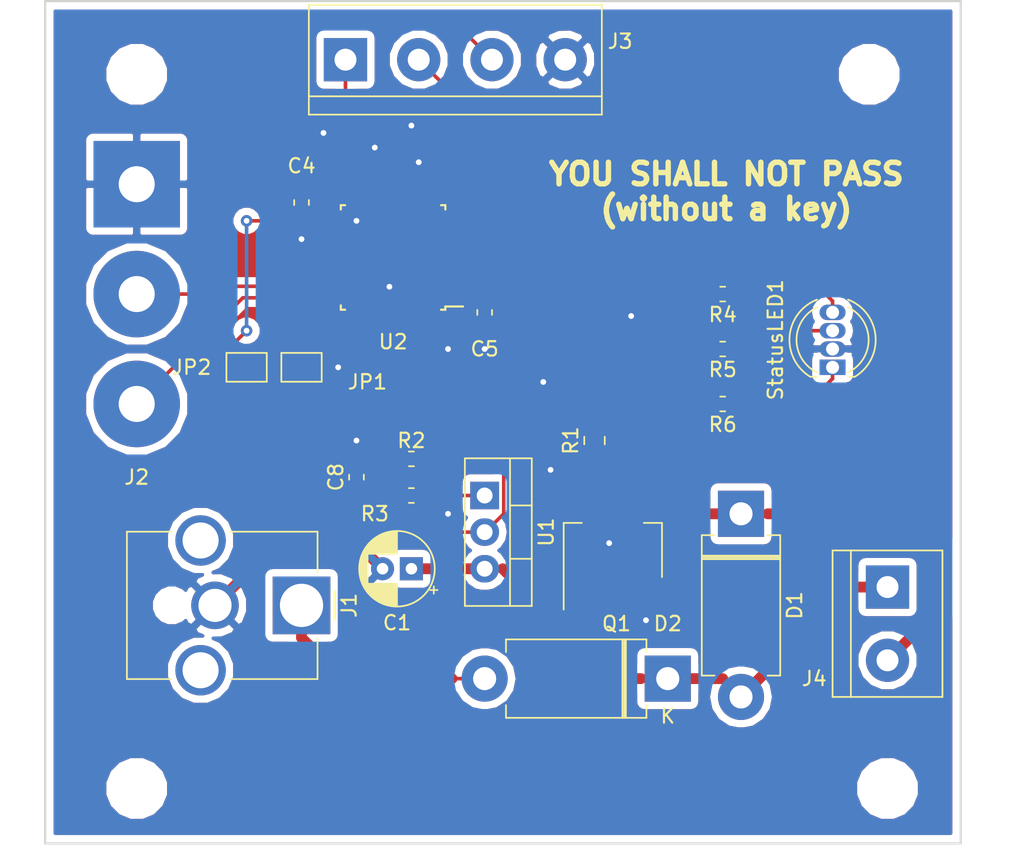
<source format=kicad_pcb>
(kicad_pcb (version 20171130) (host pcbnew 5.0.1)

  (general
    (thickness 1.6)
    (drawings 8)
    (tracks 148)
    (zones 0)
    (modules 26)
    (nets 38)
  )

  (page A4)
  (layers
    (0 F.Cu signal)
    (31 B.Cu signal)
    (32 B.Adhes user)
    (33 F.Adhes user)
    (34 B.Paste user)
    (35 F.Paste user)
    (36 B.SilkS user)
    (37 F.SilkS user)
    (38 B.Mask user)
    (39 F.Mask user)
    (40 Dwgs.User user)
    (41 Cmts.User user)
    (42 Eco1.User user)
    (43 Eco2.User user)
    (44 Edge.Cuts user)
    (45 Margin user)
    (46 B.CrtYd user)
    (47 F.CrtYd user)
    (48 B.Fab user)
    (49 F.Fab user)
  )

  (setup
    (last_trace_width 0.25)
    (trace_clearance 0.2)
    (zone_clearance 0.508)
    (zone_45_only no)
    (trace_min 0.2)
    (segment_width 0.2)
    (edge_width 0.15)
    (via_size 0.8)
    (via_drill 0.4)
    (via_min_size 0.4)
    (via_min_drill 0.3)
    (uvia_size 0.3)
    (uvia_drill 0.1)
    (uvias_allowed no)
    (uvia_min_size 0.2)
    (uvia_min_drill 0.1)
    (pcb_text_width 0.3)
    (pcb_text_size 1.5 1.5)
    (mod_edge_width 0.15)
    (mod_text_size 1 1)
    (mod_text_width 0.15)
    (pad_size 1.524 1.524)
    (pad_drill 0.762)
    (pad_to_mask_clearance 0.051)
    (solder_mask_min_width 0.25)
    (aux_axis_origin 0 0)
    (visible_elements FFFFFF7F)
    (pcbplotparams
      (layerselection 0x010fc_ffffffff)
      (usegerberextensions false)
      (usegerberattributes false)
      (usegerberadvancedattributes false)
      (creategerberjobfile false)
      (excludeedgelayer true)
      (linewidth 0.100000)
      (plotframeref false)
      (viasonmask false)
      (mode 1)
      (useauxorigin false)
      (hpglpennumber 1)
      (hpglpenspeed 20)
      (hpglpendiameter 15.000000)
      (psnegative false)
      (psa4output false)
      (plotreference true)
      (plotvalue true)
      (plotinvisibletext false)
      (padsonsilk false)
      (subtractmaskfromsilk false)
      (outputformat 1)
      (mirror false)
      (drillshape 1)
      (scaleselection 1)
      (outputdirectory ""))
  )

  (net 0 "")
  (net 1 +12V)
  (net 2 GND)
  (net 3 +3V3)
  (net 4 "Net-(D1-Pad1)")
  (net 5 "Net-(D2-Pad2)")
  (net 6 /SWCLK)
  (net 7 /SWDIO)
  (net 8 /usart_rx)
  (net 9 /usart_tx)
  (net 10 "Net-(JP1-Pad2)")
  (net 11 /lockCmd)
  (net 12 "Net-(R2-Pad1)")
  (net 13 "Net-(R4-Pad1)")
  (net 14 "Net-(R4-Pad2)")
  (net 15 "Net-(R5-Pad2)")
  (net 16 "Net-(R5-Pad1)")
  (net 17 "Net-(R6-Pad1)")
  (net 18 "Net-(R6-Pad2)")
  (net 19 "Net-(U2-Pad3)")
  (net 20 "Net-(U2-Pad4)")
  (net 21 "Net-(U2-Pad10)")
  (net 22 "Net-(U2-Pad11)")
  (net 23 "Net-(U2-Pad12)")
  (net 24 "Net-(U2-Pad13)")
  (net 25 "Net-(U2-Pad14)")
  (net 26 "Net-(U2-Pad15)")
  (net 27 "Net-(U2-Pad18)")
  (net 28 "Net-(U2-Pad21)")
  (net 29 "Net-(U2-Pad22)")
  (net 30 "Net-(U2-Pad25)")
  (net 31 "Net-(U2-Pad26)")
  (net 32 "Net-(U2-Pad27)")
  (net 33 "Net-(U2-Pad28)")
  (net 34 "Net-(U2-Pad29)")
  (net 35 "Net-(U2-Pad30)")
  (net 36 "Net-(Q1-Pad1)")
  (net 37 "Net-(U2-Pad9)")

  (net_class Default "This is the default net class."
    (clearance 0.2)
    (trace_width 0.25)
    (via_dia 0.8)
    (via_drill 0.4)
    (uvia_dia 0.3)
    (uvia_drill 0.1)
    (add_net +12V)
    (add_net +3V3)
    (add_net /SWCLK)
    (add_net /SWDIO)
    (add_net /lockCmd)
    (add_net /usart_rx)
    (add_net /usart_tx)
    (add_net GND)
    (add_net "Net-(D1-Pad1)")
    (add_net "Net-(D2-Pad2)")
    (add_net "Net-(JP1-Pad2)")
    (add_net "Net-(Q1-Pad1)")
    (add_net "Net-(R2-Pad1)")
    (add_net "Net-(R4-Pad1)")
    (add_net "Net-(R4-Pad2)")
    (add_net "Net-(R5-Pad1)")
    (add_net "Net-(R5-Pad2)")
    (add_net "Net-(R6-Pad1)")
    (add_net "Net-(R6-Pad2)")
    (add_net "Net-(U2-Pad10)")
    (add_net "Net-(U2-Pad11)")
    (add_net "Net-(U2-Pad12)")
    (add_net "Net-(U2-Pad13)")
    (add_net "Net-(U2-Pad14)")
    (add_net "Net-(U2-Pad15)")
    (add_net "Net-(U2-Pad18)")
    (add_net "Net-(U2-Pad21)")
    (add_net "Net-(U2-Pad22)")
    (add_net "Net-(U2-Pad25)")
    (add_net "Net-(U2-Pad26)")
    (add_net "Net-(U2-Pad27)")
    (add_net "Net-(U2-Pad28)")
    (add_net "Net-(U2-Pad29)")
    (add_net "Net-(U2-Pad3)")
    (add_net "Net-(U2-Pad30)")
    (add_net "Net-(U2-Pad4)")
    (add_net "Net-(U2-Pad9)")
  )

  (module MountingHole:MountingHole_3.2mm_M3 (layer F.Cu) (tedit 5BDC5ACB) (tstamp 5BE99910)
    (at 59.69 107.95)
    (descr "Mounting Hole 3.2mm, no annular, M3")
    (tags "mounting hole 3.2mm no annular m3")
    (attr virtual)
    (fp_text reference "" (at 0 -4.2) (layer F.SilkS)
      (effects (font (size 1 1) (thickness 0.15)))
    )
    (fp_text value MountingHole_3.2mm_M3 (at 0 4.2) (layer F.Fab)
      (effects (font (size 1 1) (thickness 0.15)))
    )
    (fp_text user %R (at 0.3 0) (layer F.Fab)
      (effects (font (size 1 1) (thickness 0.15)))
    )
    (fp_circle (center 0 0) (end 3.2 0) (layer Cmts.User) (width 0.15))
    (fp_circle (center 0 0) (end 3.45 0) (layer F.CrtYd) (width 0.05))
    (pad 1 np_thru_hole circle (at 0 0) (size 3.2 3.2) (drill 3.2) (layers *.Cu *.Mask))
  )

  (module MountingHole:MountingHole_3.2mm_M3 (layer F.Cu) (tedit 5BDC5AC1) (tstamp 5BE99992)
    (at 111.76 107.95)
    (descr "Mounting Hole 3.2mm, no annular, M3")
    (tags "mounting hole 3.2mm no annular m3")
    (attr virtual)
    (fp_text reference "" (at 0 -4.2) (layer F.SilkS)
      (effects (font (size 1 1) (thickness 0.15)))
    )
    (fp_text value MountingHole_3.2mm_M3 (at 0 4.2) (layer F.Fab)
      (effects (font (size 1 1) (thickness 0.15)))
    )
    (fp_circle (center 0 0) (end 3.45 0) (layer F.CrtYd) (width 0.05))
    (fp_circle (center 0 0) (end 3.2 0) (layer Cmts.User) (width 0.15))
    (fp_text user %R (at 0.3 0) (layer F.Fab)
      (effects (font (size 1 1) (thickness 0.15)))
    )
    (pad 1 np_thru_hole circle (at 0 0) (size 3.2 3.2) (drill 3.2) (layers *.Cu *.Mask))
  )

  (module MountingHole:MountingHole_3.2mm_M3 (layer F.Cu) (tedit 5BDC5ABB) (tstamp 5BE9996E)
    (at 110.49 58.42)
    (descr "Mounting Hole 3.2mm, no annular, M3")
    (tags "mounting hole 3.2mm no annular m3")
    (attr virtual)
    (fp_text reference "" (at -6.35 0) (layer F.SilkS)
      (effects (font (size 1 1) (thickness 0.15)))
    )
    (fp_text value MountingHole_3.2mm_M3 (at 0 4.2) (layer F.Fab)
      (effects (font (size 1 1) (thickness 0.15)))
    )
    (fp_text user %R (at 0.3 0) (layer F.Fab)
      (effects (font (size 1 1) (thickness 0.15)))
    )
    (fp_circle (center 0 0) (end 3.2 0) (layer Cmts.User) (width 0.15))
    (fp_circle (center 0 0) (end 3.45 0) (layer F.CrtYd) (width 0.05))
    (pad 1 np_thru_hole circle (at 0 0) (size 3.2 3.2) (drill 3.2) (layers *.Cu *.Mask))
  )

  (module Capacitor_THT:CP_Radial_D5.0mm_P2.00mm (layer F.Cu) (tedit 5AE50EF0) (tstamp 5BE8A5B4)
    (at 78.74 92.71 180)
    (descr "CP, Radial series, Radial, pin pitch=2.00mm, , diameter=5mm, Electrolytic Capacitor")
    (tags "CP Radial series Radial pin pitch 2.00mm  diameter 5mm Electrolytic Capacitor")
    (path /5BDB8444)
    (fp_text reference C1 (at 1 -3.75 180) (layer F.SilkS)
      (effects (font (size 1 1) (thickness 0.15)))
    )
    (fp_text value 22uF (at 1 3.75 180) (layer F.Fab)
      (effects (font (size 1 1) (thickness 0.15)))
    )
    (fp_circle (center 1 0) (end 3.5 0) (layer F.Fab) (width 0.1))
    (fp_circle (center 1 0) (end 3.62 0) (layer F.SilkS) (width 0.12))
    (fp_circle (center 1 0) (end 3.75 0) (layer F.CrtYd) (width 0.05))
    (fp_line (start -1.133605 -1.0875) (end -0.633605 -1.0875) (layer F.Fab) (width 0.1))
    (fp_line (start -0.883605 -1.3375) (end -0.883605 -0.8375) (layer F.Fab) (width 0.1))
    (fp_line (start 1 1.04) (end 1 2.58) (layer F.SilkS) (width 0.12))
    (fp_line (start 1 -2.58) (end 1 -1.04) (layer F.SilkS) (width 0.12))
    (fp_line (start 1.04 1.04) (end 1.04 2.58) (layer F.SilkS) (width 0.12))
    (fp_line (start 1.04 -2.58) (end 1.04 -1.04) (layer F.SilkS) (width 0.12))
    (fp_line (start 1.08 -2.579) (end 1.08 -1.04) (layer F.SilkS) (width 0.12))
    (fp_line (start 1.08 1.04) (end 1.08 2.579) (layer F.SilkS) (width 0.12))
    (fp_line (start 1.12 -2.578) (end 1.12 -1.04) (layer F.SilkS) (width 0.12))
    (fp_line (start 1.12 1.04) (end 1.12 2.578) (layer F.SilkS) (width 0.12))
    (fp_line (start 1.16 -2.576) (end 1.16 -1.04) (layer F.SilkS) (width 0.12))
    (fp_line (start 1.16 1.04) (end 1.16 2.576) (layer F.SilkS) (width 0.12))
    (fp_line (start 1.2 -2.573) (end 1.2 -1.04) (layer F.SilkS) (width 0.12))
    (fp_line (start 1.2 1.04) (end 1.2 2.573) (layer F.SilkS) (width 0.12))
    (fp_line (start 1.24 -2.569) (end 1.24 -1.04) (layer F.SilkS) (width 0.12))
    (fp_line (start 1.24 1.04) (end 1.24 2.569) (layer F.SilkS) (width 0.12))
    (fp_line (start 1.28 -2.565) (end 1.28 -1.04) (layer F.SilkS) (width 0.12))
    (fp_line (start 1.28 1.04) (end 1.28 2.565) (layer F.SilkS) (width 0.12))
    (fp_line (start 1.32 -2.561) (end 1.32 -1.04) (layer F.SilkS) (width 0.12))
    (fp_line (start 1.32 1.04) (end 1.32 2.561) (layer F.SilkS) (width 0.12))
    (fp_line (start 1.36 -2.556) (end 1.36 -1.04) (layer F.SilkS) (width 0.12))
    (fp_line (start 1.36 1.04) (end 1.36 2.556) (layer F.SilkS) (width 0.12))
    (fp_line (start 1.4 -2.55) (end 1.4 -1.04) (layer F.SilkS) (width 0.12))
    (fp_line (start 1.4 1.04) (end 1.4 2.55) (layer F.SilkS) (width 0.12))
    (fp_line (start 1.44 -2.543) (end 1.44 -1.04) (layer F.SilkS) (width 0.12))
    (fp_line (start 1.44 1.04) (end 1.44 2.543) (layer F.SilkS) (width 0.12))
    (fp_line (start 1.48 -2.536) (end 1.48 -1.04) (layer F.SilkS) (width 0.12))
    (fp_line (start 1.48 1.04) (end 1.48 2.536) (layer F.SilkS) (width 0.12))
    (fp_line (start 1.52 -2.528) (end 1.52 -1.04) (layer F.SilkS) (width 0.12))
    (fp_line (start 1.52 1.04) (end 1.52 2.528) (layer F.SilkS) (width 0.12))
    (fp_line (start 1.56 -2.52) (end 1.56 -1.04) (layer F.SilkS) (width 0.12))
    (fp_line (start 1.56 1.04) (end 1.56 2.52) (layer F.SilkS) (width 0.12))
    (fp_line (start 1.6 -2.511) (end 1.6 -1.04) (layer F.SilkS) (width 0.12))
    (fp_line (start 1.6 1.04) (end 1.6 2.511) (layer F.SilkS) (width 0.12))
    (fp_line (start 1.64 -2.501) (end 1.64 -1.04) (layer F.SilkS) (width 0.12))
    (fp_line (start 1.64 1.04) (end 1.64 2.501) (layer F.SilkS) (width 0.12))
    (fp_line (start 1.68 -2.491) (end 1.68 -1.04) (layer F.SilkS) (width 0.12))
    (fp_line (start 1.68 1.04) (end 1.68 2.491) (layer F.SilkS) (width 0.12))
    (fp_line (start 1.721 -2.48) (end 1.721 -1.04) (layer F.SilkS) (width 0.12))
    (fp_line (start 1.721 1.04) (end 1.721 2.48) (layer F.SilkS) (width 0.12))
    (fp_line (start 1.761 -2.468) (end 1.761 -1.04) (layer F.SilkS) (width 0.12))
    (fp_line (start 1.761 1.04) (end 1.761 2.468) (layer F.SilkS) (width 0.12))
    (fp_line (start 1.801 -2.455) (end 1.801 -1.04) (layer F.SilkS) (width 0.12))
    (fp_line (start 1.801 1.04) (end 1.801 2.455) (layer F.SilkS) (width 0.12))
    (fp_line (start 1.841 -2.442) (end 1.841 -1.04) (layer F.SilkS) (width 0.12))
    (fp_line (start 1.841 1.04) (end 1.841 2.442) (layer F.SilkS) (width 0.12))
    (fp_line (start 1.881 -2.428) (end 1.881 -1.04) (layer F.SilkS) (width 0.12))
    (fp_line (start 1.881 1.04) (end 1.881 2.428) (layer F.SilkS) (width 0.12))
    (fp_line (start 1.921 -2.414) (end 1.921 -1.04) (layer F.SilkS) (width 0.12))
    (fp_line (start 1.921 1.04) (end 1.921 2.414) (layer F.SilkS) (width 0.12))
    (fp_line (start 1.961 -2.398) (end 1.961 -1.04) (layer F.SilkS) (width 0.12))
    (fp_line (start 1.961 1.04) (end 1.961 2.398) (layer F.SilkS) (width 0.12))
    (fp_line (start 2.001 -2.382) (end 2.001 -1.04) (layer F.SilkS) (width 0.12))
    (fp_line (start 2.001 1.04) (end 2.001 2.382) (layer F.SilkS) (width 0.12))
    (fp_line (start 2.041 -2.365) (end 2.041 -1.04) (layer F.SilkS) (width 0.12))
    (fp_line (start 2.041 1.04) (end 2.041 2.365) (layer F.SilkS) (width 0.12))
    (fp_line (start 2.081 -2.348) (end 2.081 -1.04) (layer F.SilkS) (width 0.12))
    (fp_line (start 2.081 1.04) (end 2.081 2.348) (layer F.SilkS) (width 0.12))
    (fp_line (start 2.121 -2.329) (end 2.121 -1.04) (layer F.SilkS) (width 0.12))
    (fp_line (start 2.121 1.04) (end 2.121 2.329) (layer F.SilkS) (width 0.12))
    (fp_line (start 2.161 -2.31) (end 2.161 -1.04) (layer F.SilkS) (width 0.12))
    (fp_line (start 2.161 1.04) (end 2.161 2.31) (layer F.SilkS) (width 0.12))
    (fp_line (start 2.201 -2.29) (end 2.201 -1.04) (layer F.SilkS) (width 0.12))
    (fp_line (start 2.201 1.04) (end 2.201 2.29) (layer F.SilkS) (width 0.12))
    (fp_line (start 2.241 -2.268) (end 2.241 -1.04) (layer F.SilkS) (width 0.12))
    (fp_line (start 2.241 1.04) (end 2.241 2.268) (layer F.SilkS) (width 0.12))
    (fp_line (start 2.281 -2.247) (end 2.281 -1.04) (layer F.SilkS) (width 0.12))
    (fp_line (start 2.281 1.04) (end 2.281 2.247) (layer F.SilkS) (width 0.12))
    (fp_line (start 2.321 -2.224) (end 2.321 -1.04) (layer F.SilkS) (width 0.12))
    (fp_line (start 2.321 1.04) (end 2.321 2.224) (layer F.SilkS) (width 0.12))
    (fp_line (start 2.361 -2.2) (end 2.361 -1.04) (layer F.SilkS) (width 0.12))
    (fp_line (start 2.361 1.04) (end 2.361 2.2) (layer F.SilkS) (width 0.12))
    (fp_line (start 2.401 -2.175) (end 2.401 -1.04) (layer F.SilkS) (width 0.12))
    (fp_line (start 2.401 1.04) (end 2.401 2.175) (layer F.SilkS) (width 0.12))
    (fp_line (start 2.441 -2.149) (end 2.441 -1.04) (layer F.SilkS) (width 0.12))
    (fp_line (start 2.441 1.04) (end 2.441 2.149) (layer F.SilkS) (width 0.12))
    (fp_line (start 2.481 -2.122) (end 2.481 -1.04) (layer F.SilkS) (width 0.12))
    (fp_line (start 2.481 1.04) (end 2.481 2.122) (layer F.SilkS) (width 0.12))
    (fp_line (start 2.521 -2.095) (end 2.521 -1.04) (layer F.SilkS) (width 0.12))
    (fp_line (start 2.521 1.04) (end 2.521 2.095) (layer F.SilkS) (width 0.12))
    (fp_line (start 2.561 -2.065) (end 2.561 -1.04) (layer F.SilkS) (width 0.12))
    (fp_line (start 2.561 1.04) (end 2.561 2.065) (layer F.SilkS) (width 0.12))
    (fp_line (start 2.601 -2.035) (end 2.601 -1.04) (layer F.SilkS) (width 0.12))
    (fp_line (start 2.601 1.04) (end 2.601 2.035) (layer F.SilkS) (width 0.12))
    (fp_line (start 2.641 -2.004) (end 2.641 -1.04) (layer F.SilkS) (width 0.12))
    (fp_line (start 2.641 1.04) (end 2.641 2.004) (layer F.SilkS) (width 0.12))
    (fp_line (start 2.681 -1.971) (end 2.681 -1.04) (layer F.SilkS) (width 0.12))
    (fp_line (start 2.681 1.04) (end 2.681 1.971) (layer F.SilkS) (width 0.12))
    (fp_line (start 2.721 -1.937) (end 2.721 -1.04) (layer F.SilkS) (width 0.12))
    (fp_line (start 2.721 1.04) (end 2.721 1.937) (layer F.SilkS) (width 0.12))
    (fp_line (start 2.761 -1.901) (end 2.761 -1.04) (layer F.SilkS) (width 0.12))
    (fp_line (start 2.761 1.04) (end 2.761 1.901) (layer F.SilkS) (width 0.12))
    (fp_line (start 2.801 -1.864) (end 2.801 -1.04) (layer F.SilkS) (width 0.12))
    (fp_line (start 2.801 1.04) (end 2.801 1.864) (layer F.SilkS) (width 0.12))
    (fp_line (start 2.841 -1.826) (end 2.841 -1.04) (layer F.SilkS) (width 0.12))
    (fp_line (start 2.841 1.04) (end 2.841 1.826) (layer F.SilkS) (width 0.12))
    (fp_line (start 2.881 -1.785) (end 2.881 -1.04) (layer F.SilkS) (width 0.12))
    (fp_line (start 2.881 1.04) (end 2.881 1.785) (layer F.SilkS) (width 0.12))
    (fp_line (start 2.921 -1.743) (end 2.921 -1.04) (layer F.SilkS) (width 0.12))
    (fp_line (start 2.921 1.04) (end 2.921 1.743) (layer F.SilkS) (width 0.12))
    (fp_line (start 2.961 -1.699) (end 2.961 -1.04) (layer F.SilkS) (width 0.12))
    (fp_line (start 2.961 1.04) (end 2.961 1.699) (layer F.SilkS) (width 0.12))
    (fp_line (start 3.001 -1.653) (end 3.001 -1.04) (layer F.SilkS) (width 0.12))
    (fp_line (start 3.001 1.04) (end 3.001 1.653) (layer F.SilkS) (width 0.12))
    (fp_line (start 3.041 -1.605) (end 3.041 1.605) (layer F.SilkS) (width 0.12))
    (fp_line (start 3.081 -1.554) (end 3.081 1.554) (layer F.SilkS) (width 0.12))
    (fp_line (start 3.121 -1.5) (end 3.121 1.5) (layer F.SilkS) (width 0.12))
    (fp_line (start 3.161 -1.443) (end 3.161 1.443) (layer F.SilkS) (width 0.12))
    (fp_line (start 3.201 -1.383) (end 3.201 1.383) (layer F.SilkS) (width 0.12))
    (fp_line (start 3.241 -1.319) (end 3.241 1.319) (layer F.SilkS) (width 0.12))
    (fp_line (start 3.281 -1.251) (end 3.281 1.251) (layer F.SilkS) (width 0.12))
    (fp_line (start 3.321 -1.178) (end 3.321 1.178) (layer F.SilkS) (width 0.12))
    (fp_line (start 3.361 -1.098) (end 3.361 1.098) (layer F.SilkS) (width 0.12))
    (fp_line (start 3.401 -1.011) (end 3.401 1.011) (layer F.SilkS) (width 0.12))
    (fp_line (start 3.441 -0.915) (end 3.441 0.915) (layer F.SilkS) (width 0.12))
    (fp_line (start 3.481 -0.805) (end 3.481 0.805) (layer F.SilkS) (width 0.12))
    (fp_line (start 3.521 -0.677) (end 3.521 0.677) (layer F.SilkS) (width 0.12))
    (fp_line (start 3.561 -0.518) (end 3.561 0.518) (layer F.SilkS) (width 0.12))
    (fp_line (start 3.601 -0.284) (end 3.601 0.284) (layer F.SilkS) (width 0.12))
    (fp_line (start -1.804775 -1.475) (end -1.304775 -1.475) (layer F.SilkS) (width 0.12))
    (fp_line (start -1.554775 -1.725) (end -1.554775 -1.225) (layer F.SilkS) (width 0.12))
    (fp_text user %R (at 1 0 180) (layer F.Fab)
      (effects (font (size 1 1) (thickness 0.15)))
    )
    (pad 1 thru_hole rect (at 0 0 180) (size 1.6 1.6) (drill 0.8) (layers *.Cu *.Mask)
      (net 1 +12V))
    (pad 2 thru_hole circle (at 2 0 180) (size 1.6 1.6) (drill 0.8) (layers *.Cu *.Mask)
      (net 2 GND))
    (model ${KISYS3DMOD}/Capacitor_THT.3dshapes/CP_Radial_D5.0mm_P2.00mm.wrl
      (at (xyz 0 0 0))
      (scale (xyz 1 1 1))
      (rotate (xyz 0 0 0))
    )
  )

  (module Capacitor_SMD:C_0603_1608Metric_Pad1.05x0.95mm_HandSolder (layer F.Cu) (tedit 5B301BBE) (tstamp 5BE919B6)
    (at 71.12 67.31 90)
    (descr "Capacitor SMD 0603 (1608 Metric), square (rectangular) end terminal, IPC_7351 nominal with elongated pad for handsoldering. (Body size source: http://www.tortai-tech.com/upload/download/2011102023233369053.pdf), generated with kicad-footprint-generator")
    (tags "capacitor handsolder")
    (path /5BDAF398)
    (attr smd)
    (fp_text reference C4 (at 2.54 0 180) (layer F.SilkS)
      (effects (font (size 1 1) (thickness 0.15)))
    )
    (fp_text value 100nF (at 0 1.43 90) (layer F.Fab)
      (effects (font (size 1 1) (thickness 0.15)))
    )
    (fp_text user %R (at 0 0 90) (layer F.Fab)
      (effects (font (size 0.4 0.4) (thickness 0.06)))
    )
    (fp_line (start 1.65 0.73) (end -1.65 0.73) (layer F.CrtYd) (width 0.05))
    (fp_line (start 1.65 -0.73) (end 1.65 0.73) (layer F.CrtYd) (width 0.05))
    (fp_line (start -1.65 -0.73) (end 1.65 -0.73) (layer F.CrtYd) (width 0.05))
    (fp_line (start -1.65 0.73) (end -1.65 -0.73) (layer F.CrtYd) (width 0.05))
    (fp_line (start -0.171267 0.51) (end 0.171267 0.51) (layer F.SilkS) (width 0.12))
    (fp_line (start -0.171267 -0.51) (end 0.171267 -0.51) (layer F.SilkS) (width 0.12))
    (fp_line (start 0.8 0.4) (end -0.8 0.4) (layer F.Fab) (width 0.1))
    (fp_line (start 0.8 -0.4) (end 0.8 0.4) (layer F.Fab) (width 0.1))
    (fp_line (start -0.8 -0.4) (end 0.8 -0.4) (layer F.Fab) (width 0.1))
    (fp_line (start -0.8 0.4) (end -0.8 -0.4) (layer F.Fab) (width 0.1))
    (pad 2 smd roundrect (at 0.875 0 90) (size 1.05 0.95) (layers F.Cu F.Paste F.Mask) (roundrect_rratio 0.25)
      (net 3 +3V3))
    (pad 1 smd roundrect (at -0.875 0 90) (size 1.05 0.95) (layers F.Cu F.Paste F.Mask) (roundrect_rratio 0.25)
      (net 2 GND))
    (model ${KISYS3DMOD}/Capacitor_SMD.3dshapes/C_0603_1608Metric.wrl
      (at (xyz 0 0 0))
      (scale (xyz 1 1 1))
      (rotate (xyz 0 0 0))
    )
  )

  (module Capacitor_SMD:C_0603_1608Metric_Pad1.05x0.95mm_HandSolder (layer F.Cu) (tedit 5B301BBE) (tstamp 5BE91986)
    (at 83.82 74.93 90)
    (descr "Capacitor SMD 0603 (1608 Metric), square (rectangular) end terminal, IPC_7351 nominal with elongated pad for handsoldering. (Body size source: http://www.tortai-tech.com/upload/download/2011102023233369053.pdf), generated with kicad-footprint-generator")
    (tags "capacitor handsolder")
    (path /5BDAF02B)
    (attr smd)
    (fp_text reference C5 (at -2.54 0 180) (layer F.SilkS)
      (effects (font (size 1 1) (thickness 0.15)))
    )
    (fp_text value 100nF (at -1.27 2.54 90) (layer F.Fab)
      (effects (font (size 1 1) (thickness 0.15)))
    )
    (fp_text user %R (at 0 0 90) (layer F.Fab)
      (effects (font (size 0.4 0.4) (thickness 0.06)))
    )
    (fp_line (start 1.65 0.73) (end -1.65 0.73) (layer F.CrtYd) (width 0.05))
    (fp_line (start 1.65 -0.73) (end 1.65 0.73) (layer F.CrtYd) (width 0.05))
    (fp_line (start -1.65 -0.73) (end 1.65 -0.73) (layer F.CrtYd) (width 0.05))
    (fp_line (start -1.65 0.73) (end -1.65 -0.73) (layer F.CrtYd) (width 0.05))
    (fp_line (start -0.171267 0.51) (end 0.171267 0.51) (layer F.SilkS) (width 0.12))
    (fp_line (start -0.171267 -0.51) (end 0.171267 -0.51) (layer F.SilkS) (width 0.12))
    (fp_line (start 0.8 0.4) (end -0.8 0.4) (layer F.Fab) (width 0.1))
    (fp_line (start 0.8 -0.4) (end 0.8 0.4) (layer F.Fab) (width 0.1))
    (fp_line (start -0.8 -0.4) (end 0.8 -0.4) (layer F.Fab) (width 0.1))
    (fp_line (start -0.8 0.4) (end -0.8 -0.4) (layer F.Fab) (width 0.1))
    (pad 2 smd roundrect (at 0.875 0 90) (size 1.05 0.95) (layers F.Cu F.Paste F.Mask) (roundrect_rratio 0.25)
      (net 3 +3V3))
    (pad 1 smd roundrect (at -0.875 0 90) (size 1.05 0.95) (layers F.Cu F.Paste F.Mask) (roundrect_rratio 0.25)
      (net 2 GND))
    (model ${KISYS3DMOD}/Capacitor_SMD.3dshapes/C_0603_1608Metric.wrl
      (at (xyz 0 0 0))
      (scale (xyz 1 1 1))
      (rotate (xyz 0 0 0))
    )
  )

  (module Capacitor_SMD:C_0603_1608Metric_Pad1.05x0.95mm_HandSolder (layer F.Cu) (tedit 5B301BBE) (tstamp 5BE8A637)
    (at 74.93 86.36 90)
    (descr "Capacitor SMD 0603 (1608 Metric), square (rectangular) end terminal, IPC_7351 nominal with elongated pad for handsoldering. (Body size source: http://www.tortai-tech.com/upload/download/2011102023233369053.pdf), generated with kicad-footprint-generator")
    (tags "capacitor handsolder")
    (path /5BDC79E5)
    (attr smd)
    (fp_text reference C8 (at 0 -1.43 90) (layer F.SilkS)
      (effects (font (size 1 1) (thickness 0.15)))
    )
    (fp_text value 4.7uF (at 0 1.43 90) (layer F.Fab)
      (effects (font (size 1 1) (thickness 0.15)))
    )
    (fp_line (start -0.8 0.4) (end -0.8 -0.4) (layer F.Fab) (width 0.1))
    (fp_line (start -0.8 -0.4) (end 0.8 -0.4) (layer F.Fab) (width 0.1))
    (fp_line (start 0.8 -0.4) (end 0.8 0.4) (layer F.Fab) (width 0.1))
    (fp_line (start 0.8 0.4) (end -0.8 0.4) (layer F.Fab) (width 0.1))
    (fp_line (start -0.171267 -0.51) (end 0.171267 -0.51) (layer F.SilkS) (width 0.12))
    (fp_line (start -0.171267 0.51) (end 0.171267 0.51) (layer F.SilkS) (width 0.12))
    (fp_line (start -1.65 0.73) (end -1.65 -0.73) (layer F.CrtYd) (width 0.05))
    (fp_line (start -1.65 -0.73) (end 1.65 -0.73) (layer F.CrtYd) (width 0.05))
    (fp_line (start 1.65 -0.73) (end 1.65 0.73) (layer F.CrtYd) (width 0.05))
    (fp_line (start 1.65 0.73) (end -1.65 0.73) (layer F.CrtYd) (width 0.05))
    (fp_text user %R (at 0 0 90) (layer F.Fab)
      (effects (font (size 0.4 0.4) (thickness 0.06)))
    )
    (pad 1 smd roundrect (at -0.875 0 90) (size 1.05 0.95) (layers F.Cu F.Paste F.Mask) (roundrect_rratio 0.25)
      (net 3 +3V3))
    (pad 2 smd roundrect (at 0.875 0 90) (size 1.05 0.95) (layers F.Cu F.Paste F.Mask) (roundrect_rratio 0.25)
      (net 2 GND))
    (model ${KISYS3DMOD}/Capacitor_SMD.3dshapes/C_0603_1608Metric.wrl
      (at (xyz 0 0 0))
      (scale (xyz 1 1 1))
      (rotate (xyz 0 0 0))
    )
  )

  (module Diode_THT:D_DO-201AD_P12.70mm_Horizontal (layer F.Cu) (tedit 5BDC5EFF) (tstamp 5BE9C1DB)
    (at 101.6 88.9 270)
    (descr "Diode, DO-201AD series, Axial, Horizontal, pin pitch=12.7mm, , length*diameter=9.5*5.2mm^2, , http://www.diodes.com/_files/packages/DO-201AD.pdf")
    (tags "Diode DO-201AD series Axial Horizontal pin pitch 12.7mm  length 9.5mm diameter 5.2mm")
    (path /5BDAD53E)
    (fp_text reference D1 (at 6.35 -3.72 270) (layer F.SilkS)
      (effects (font (size 1 1) (thickness 0.15)))
    )
    (fp_text value flyback (at 6.35 3.72 270) (layer F.Fab)
      (effects (font (size 1 1) (thickness 0.15)))
    )
    (fp_text user "" (at 0 -2.6 270) (layer F.SilkS)
      (effects (font (size 1 1) (thickness 0.15)))
    )
    (fp_text user K (at 0 -2.6 270) (layer F.Fab)
      (effects (font (size 1 1) (thickness 0.15)))
    )
    (fp_text user %R (at 7.0625 0 270) (layer F.Fab)
      (effects (font (size 1 1) (thickness 0.15)))
    )
    (fp_line (start 14.55 -2.85) (end -1.85 -2.85) (layer F.CrtYd) (width 0.05))
    (fp_line (start 14.55 2.85) (end 14.55 -2.85) (layer F.CrtYd) (width 0.05))
    (fp_line (start -1.85 2.85) (end 14.55 2.85) (layer F.CrtYd) (width 0.05))
    (fp_line (start -1.85 -2.85) (end -1.85 2.85) (layer F.CrtYd) (width 0.05))
    (fp_line (start 2.905 -2.72) (end 2.905 2.72) (layer F.SilkS) (width 0.12))
    (fp_line (start 3.145 -2.72) (end 3.145 2.72) (layer F.SilkS) (width 0.12))
    (fp_line (start 3.025 -2.72) (end 3.025 2.72) (layer F.SilkS) (width 0.12))
    (fp_line (start 11.22 2.72) (end 11.22 1.84) (layer F.SilkS) (width 0.12))
    (fp_line (start 1.48 2.72) (end 11.22 2.72) (layer F.SilkS) (width 0.12))
    (fp_line (start 1.48 1.84) (end 1.48 2.72) (layer F.SilkS) (width 0.12))
    (fp_line (start 11.22 -2.72) (end 11.22 -1.84) (layer F.SilkS) (width 0.12))
    (fp_line (start 1.48 -2.72) (end 11.22 -2.72) (layer F.SilkS) (width 0.12))
    (fp_line (start 1.48 -1.84) (end 1.48 -2.72) (layer F.SilkS) (width 0.12))
    (fp_line (start 2.925 -2.6) (end 2.925 2.6) (layer F.Fab) (width 0.1))
    (fp_line (start 3.125 -2.6) (end 3.125 2.6) (layer F.Fab) (width 0.1))
    (fp_line (start 3.025 -2.6) (end 3.025 2.6) (layer F.Fab) (width 0.1))
    (fp_line (start 12.7 0) (end 11.1 0) (layer F.Fab) (width 0.1))
    (fp_line (start 0 0) (end 1.6 0) (layer F.Fab) (width 0.1))
    (fp_line (start 11.1 -2.6) (end 1.6 -2.6) (layer F.Fab) (width 0.1))
    (fp_line (start 11.1 2.6) (end 11.1 -2.6) (layer F.Fab) (width 0.1))
    (fp_line (start 1.6 2.6) (end 11.1 2.6) (layer F.Fab) (width 0.1))
    (fp_line (start 1.6 -2.6) (end 1.6 2.6) (layer F.Fab) (width 0.1))
    (pad 2 thru_hole oval (at 12.7 0 270) (size 3.2 3.2) (drill 1.6) (layers *.Cu *.Mask)
      (net 1 +12V))
    (pad 1 thru_hole rect (at 0 0 270) (size 3.2 3.2) (drill 1.6) (layers *.Cu *.Mask)
      (net 4 "Net-(D1-Pad1)"))
    (model ${KISYS3DMOD}/Diode_THT.3dshapes/D_DO-201AD_P12.70mm_Horizontal.wrl
      (at (xyz 0 0 0))
      (scale (xyz 1 1 1))
      (rotate (xyz 0 0 0))
    )
  )

  (module Diode_THT:D_DO-201AD_P12.70mm_Horizontal (layer F.Cu) (tedit 5BDC4B9C) (tstamp 5BE8A675)
    (at 96.52 100.33 180)
    (descr "Diode, DO-201AD series, Axial, Horizontal, pin pitch=12.7mm, , length*diameter=9.5*5.2mm^2, , http://www.diodes.com/_files/packages/DO-201AD.pdf")
    (tags "Diode DO-201AD series Axial Horizontal pin pitch 12.7mm  length 9.5mm diameter 5.2mm")
    (path /5BDC5E30)
    (fp_text reference D2 (at 0 3.81 180) (layer F.SilkS)
      (effects (font (size 1 1) (thickness 0.15)))
    )
    (fp_text value D (at 6.35 3.72 180) (layer F.Fab)
      (effects (font (size 1 1) (thickness 0.15)))
    )
    (fp_line (start 1.6 -2.6) (end 1.6 2.6) (layer F.Fab) (width 0.1))
    (fp_line (start 1.6 2.6) (end 11.1 2.6) (layer F.Fab) (width 0.1))
    (fp_line (start 11.1 2.6) (end 11.1 -2.6) (layer F.Fab) (width 0.1))
    (fp_line (start 11.1 -2.6) (end 1.6 -2.6) (layer F.Fab) (width 0.1))
    (fp_line (start 0 0) (end 1.6 0) (layer F.Fab) (width 0.1))
    (fp_line (start 12.7 0) (end 11.1 0) (layer F.Fab) (width 0.1))
    (fp_line (start 3.025 -2.6) (end 3.025 2.6) (layer F.Fab) (width 0.1))
    (fp_line (start 3.125 -2.6) (end 3.125 2.6) (layer F.Fab) (width 0.1))
    (fp_line (start 2.925 -2.6) (end 2.925 2.6) (layer F.Fab) (width 0.1))
    (fp_line (start 1.48 -1.84) (end 1.48 -2.72) (layer F.SilkS) (width 0.12))
    (fp_line (start 1.48 -2.72) (end 11.22 -2.72) (layer F.SilkS) (width 0.12))
    (fp_line (start 11.22 -2.72) (end 11.22 -1.84) (layer F.SilkS) (width 0.12))
    (fp_line (start 1.48 1.84) (end 1.48 2.72) (layer F.SilkS) (width 0.12))
    (fp_line (start 1.48 2.72) (end 11.22 2.72) (layer F.SilkS) (width 0.12))
    (fp_line (start 11.22 2.72) (end 11.22 1.84) (layer F.SilkS) (width 0.12))
    (fp_line (start 3.025 -2.72) (end 3.025 2.72) (layer F.SilkS) (width 0.12))
    (fp_line (start 3.145 -2.72) (end 3.145 2.72) (layer F.SilkS) (width 0.12))
    (fp_line (start 2.905 -2.72) (end 2.905 2.72) (layer F.SilkS) (width 0.12))
    (fp_line (start -1.85 -2.85) (end -1.85 2.85) (layer F.CrtYd) (width 0.05))
    (fp_line (start -1.85 2.85) (end 14.55 2.85) (layer F.CrtYd) (width 0.05))
    (fp_line (start 14.55 2.85) (end 14.55 -2.85) (layer F.CrtYd) (width 0.05))
    (fp_line (start 14.55 -2.85) (end -1.85 -2.85) (layer F.CrtYd) (width 0.05))
    (fp_text user %R (at 7.0625 0 180) (layer F.Fab)
      (effects (font (size 1 1) (thickness 0.15)))
    )
    (fp_text user "" (at 0 -2.6 180) (layer F.Fab)
      (effects (font (size 1 1) (thickness 0.15)))
    )
    (fp_text user K (at 0 -2.6 180) (layer F.SilkS)
      (effects (font (size 1 1) (thickness 0.15)))
    )
    (pad 1 thru_hole rect (at 0 0 180) (size 3.2 3.2) (drill 1.6) (layers *.Cu *.Mask)
      (net 1 +12V))
    (pad 2 thru_hole oval (at 12.7 0 180) (size 3.2 3.2) (drill 1.6) (layers *.Cu *.Mask)
      (net 5 "Net-(D2-Pad2)"))
    (model ${KISYS3DMOD}/Diode_THT.3dshapes/D_DO-201AD_P12.70mm_Horizontal.wrl
      (at (xyz 0 0 0))
      (scale (xyz 1 1 1))
      (rotate (xyz 0 0 0))
    )
  )

  (module Connector_BarrelJack:BarrelJack_CUI_PJ-063AH_Horizontal_CircularHoles (layer F.Cu) (tedit 5B0886B5) (tstamp 5BE8A692)
    (at 71.12 95.25 270)
    (descr "Barrel Jack, 2.0mm ID, 5.5mm OD, 24V, 8A, no switch, https://www.cui.com/product/resource/pj-063ah.pdf")
    (tags "barrel jack cui dc power")
    (path /5BDC5ADB)
    (fp_text reference J1 (at 0 -3.3 270) (layer F.SilkS)
      (effects (font (size 1 1) (thickness 0.15)))
    )
    (fp_text value PowerIN (at 0 13 270) (layer F.Fab)
      (effects (font (size 1 1) (thickness 0.15)))
    )
    (fp_line (start -5 -1) (end -1 -1) (layer F.Fab) (width 0.1))
    (fp_line (start -1 -1) (end 0 0) (layer F.Fab) (width 0.1))
    (fp_line (start 0 0) (end 1 -1) (layer F.Fab) (width 0.1))
    (fp_line (start 1 -1) (end 5 -1) (layer F.Fab) (width 0.1))
    (fp_line (start 5 -1) (end 5 12) (layer F.Fab) (width 0.1))
    (fp_line (start 5 12) (end -5 12) (layer F.Fab) (width 0.1))
    (fp_line (start -5 12) (end -5 -1) (layer F.Fab) (width 0.1))
    (fp_line (start -5.11 4.95) (end -5.11 -1.11) (layer F.SilkS) (width 0.12))
    (fp_line (start -5.11 -1.11) (end -2.3 -1.11) (layer F.SilkS) (width 0.12))
    (fp_line (start 2.3 -1.11) (end 5.11 -1.11) (layer F.SilkS) (width 0.12))
    (fp_line (start 5.11 -1.11) (end 5.11 4.95) (layer F.SilkS) (width 0.12))
    (fp_line (start 5.11 9.05) (end 5.11 12.11) (layer F.SilkS) (width 0.12))
    (fp_line (start 5.11 12.11) (end -5.11 12.11) (layer F.SilkS) (width 0.12))
    (fp_line (start -5.11 12.11) (end -5.11 9.05) (layer F.SilkS) (width 0.12))
    (fp_line (start -1 -2.3) (end 1 -2.3) (layer F.SilkS) (width 0.12))
    (fp_line (start -6.75 -2.5) (end -6.75 12.5) (layer F.CrtYd) (width 0.05))
    (fp_line (start -6.75 12.5) (end 6.75 12.5) (layer F.CrtYd) (width 0.05))
    (fp_line (start 6.75 12.5) (end 6.75 -2.5) (layer F.CrtYd) (width 0.05))
    (fp_line (start 6.75 -2.5) (end -6.75 -2.5) (layer F.CrtYd) (width 0.05))
    (fp_text user %R (at 0 5.5 270) (layer F.Fab)
      (effects (font (size 1 1) (thickness 0.15)))
    )
    (pad 1 thru_hole rect (at 0 0 270) (size 4 4) (drill 3) (layers *.Cu *.Mask)
      (net 5 "Net-(D2-Pad2)"))
    (pad 2 thru_hole circle (at 0 6 270) (size 3.3 3.3) (drill 2.3) (layers *.Cu *.Mask)
      (net 2 GND))
    (pad MP thru_hole circle (at -4.5 7 270) (size 3.5 3.5) (drill 2.5) (layers *.Cu *.Mask))
    (pad MP thru_hole circle (at 4.5 7 270) (size 3.5 3.5) (drill 2.5) (layers *.Cu *.Mask))
    (pad "" np_thru_hole circle (at 0 9 270) (size 1.6 1.6) (drill 1.6) (layers *.Cu *.Mask))
    (model ${KISYS3DMOD}/Connector_BarrelJack.3dshapes/BarrelJack_CUI_PJ-063AH_Horizontal_CircularHoles.wrl
      (at (xyz 0 0 0))
      (scale (xyz 1 1 1))
      (rotate (xyz 0 0 0))
    )
  )

  (module Connector_Wire:SolderWirePad_1x03_P7.62mm_Drill2.5mm (layer F.Cu) (tedit 5AEE5F9C) (tstamp 5BE8A69E)
    (at 59.69 66.04 270)
    (descr "Wire solder connection")
    (tags connector)
    (path /5BDD7724)
    (attr virtual)
    (fp_text reference J2 (at 20.32 0) (layer F.SilkS)
      (effects (font (size 1 1) (thickness 0.15)))
    )
    (fp_text value DebugInterface (at 7.62 4.445 270) (layer F.Fab)
      (effects (font (size 1 1) (thickness 0.15)))
    )
    (fp_text user %R (at 7.62 0 270) (layer F.Fab)
      (effects (font (size 1 1) (thickness 0.15)))
    )
    (fp_line (start -3.5 -3.5) (end 18.74 -3.5) (layer F.CrtYd) (width 0.05))
    (fp_line (start -3.5 -3.5) (end -3.5 3.5) (layer F.CrtYd) (width 0.05))
    (fp_line (start 18.74 3.5) (end 18.74 -3.5) (layer F.CrtYd) (width 0.05))
    (fp_line (start 18.74 3.5) (end -3.5 3.5) (layer F.CrtYd) (width 0.05))
    (pad 1 thru_hole rect (at 0 0 270) (size 5.99948 5.99948) (drill 2.49936) (layers *.Cu *.Mask)
      (net 2 GND))
    (pad 2 thru_hole circle (at 7.62 0 270) (size 5.99948 5.99948) (drill 2.49936) (layers *.Cu *.Mask)
      (net 7 /SWDIO))
    (pad 3 thru_hole circle (at 15.24 0 270) (size 5.99948 5.99948) (drill 2.49936) (layers *.Cu *.Mask)
      (net 6 /SWCLK))
  )

  (module TerminalBlock:TerminalBlock_bornier-2_P5.08mm (layer F.Cu) (tedit 59FF03AB) (tstamp 5BE8E74A)
    (at 111.76 93.98 270)
    (descr "simple 2-pin terminal block, pitch 5.08mm, revamped version of bornier2")
    (tags "terminal block bornier2")
    (path /5BDBCA0D)
    (fp_text reference J4 (at 6.35 5.08) (layer F.SilkS)
      (effects (font (size 1 1) (thickness 0.15)))
    )
    (fp_text value LockTerminal (at 2.54 5.08 270) (layer F.Fab)
      (effects (font (size 1 1) (thickness 0.15)))
    )
    (fp_line (start 7.79 4) (end -2.71 4) (layer F.CrtYd) (width 0.05))
    (fp_line (start 7.79 4) (end 7.79 -4) (layer F.CrtYd) (width 0.05))
    (fp_line (start -2.71 -4) (end -2.71 4) (layer F.CrtYd) (width 0.05))
    (fp_line (start -2.71 -4) (end 7.79 -4) (layer F.CrtYd) (width 0.05))
    (fp_line (start -2.54 3.81) (end 7.62 3.81) (layer F.SilkS) (width 0.12))
    (fp_line (start -2.54 -3.81) (end -2.54 3.81) (layer F.SilkS) (width 0.12))
    (fp_line (start 7.62 -3.81) (end -2.54 -3.81) (layer F.SilkS) (width 0.12))
    (fp_line (start 7.62 3.81) (end 7.62 -3.81) (layer F.SilkS) (width 0.12))
    (fp_line (start 7.62 2.54) (end -2.54 2.54) (layer F.SilkS) (width 0.12))
    (fp_line (start 7.54 -3.75) (end -2.46 -3.75) (layer F.Fab) (width 0.1))
    (fp_line (start 7.54 3.75) (end 7.54 -3.75) (layer F.Fab) (width 0.1))
    (fp_line (start -2.46 3.75) (end 7.54 3.75) (layer F.Fab) (width 0.1))
    (fp_line (start -2.46 -3.75) (end -2.46 3.75) (layer F.Fab) (width 0.1))
    (fp_line (start -2.41 2.55) (end 7.49 2.55) (layer F.Fab) (width 0.1))
    (fp_text user %R (at 2.54 0 270) (layer F.Fab)
      (effects (font (size 1 1) (thickness 0.15)))
    )
    (pad 2 thru_hole circle (at 5.08 0 270) (size 3 3) (drill 1.52) (layers *.Cu *.Mask)
      (net 4 "Net-(D1-Pad1)"))
    (pad 1 thru_hole rect (at 0 0 270) (size 3 3) (drill 1.52) (layers *.Cu *.Mask)
      (net 1 +12V))
    (model ${KISYS3DMOD}/TerminalBlock.3dshapes/TerminalBlock_bornier-2_P5.08mm.wrl
      (offset (xyz 2.539999961853027 0 0))
      (scale (xyz 1 1 1))
      (rotate (xyz 0 0 0))
    )
  )

  (module Jumper:SolderJumper-2_P1.3mm_Open_Pad1.0x1.5mm (layer F.Cu) (tedit 5A3EABFC) (tstamp 5BE9195C)
    (at 71.12 78.74 180)
    (descr "SMD Solder Jumper, 1x1.5mm Pads, 0.3mm gap, open")
    (tags "solder jumper open")
    (path /5BDBCB43)
    (attr virtual)
    (fp_text reference JP1 (at -4.572 -1.016 180) (layer F.SilkS)
      (effects (font (size 1 1) (thickness 0.15)))
    )
    (fp_text value bootToGnd (at 0 1.9 180) (layer F.Fab)
      (effects (font (size 1 1) (thickness 0.15)))
    )
    (fp_line (start -1.4 1) (end -1.4 -1) (layer F.SilkS) (width 0.12))
    (fp_line (start 1.4 1) (end -1.4 1) (layer F.SilkS) (width 0.12))
    (fp_line (start 1.4 -1) (end 1.4 1) (layer F.SilkS) (width 0.12))
    (fp_line (start -1.4 -1) (end 1.4 -1) (layer F.SilkS) (width 0.12))
    (fp_line (start -1.65 -1.25) (end 1.65 -1.25) (layer F.CrtYd) (width 0.05))
    (fp_line (start -1.65 -1.25) (end -1.65 1.25) (layer F.CrtYd) (width 0.05))
    (fp_line (start 1.65 1.25) (end 1.65 -1.25) (layer F.CrtYd) (width 0.05))
    (fp_line (start 1.65 1.25) (end -1.65 1.25) (layer F.CrtYd) (width 0.05))
    (pad 2 smd rect (at 0.65 0 180) (size 1 1.5) (layers F.Cu F.Mask)
      (net 10 "Net-(JP1-Pad2)"))
    (pad 1 smd rect (at -0.65 0 180) (size 1 1.5) (layers F.Cu F.Mask)
      (net 2 GND))
  )

  (module Jumper:SolderJumper-2_P1.3mm_Open_Pad1.0x1.5mm (layer F.Cu) (tedit 5A3EABFC) (tstamp 5BE91AB8)
    (at 67.31 78.74)
    (descr "SMD Solder Jumper, 1x1.5mm Pads, 0.3mm gap, open")
    (tags "solder jumper open")
    (path /5BDBCC82)
    (attr virtual)
    (fp_text reference JP2 (at -3.81 0) (layer F.SilkS)
      (effects (font (size 1 1) (thickness 0.15)))
    )
    (fp_text value bootToVcc (at 0 1.9) (layer F.Fab)
      (effects (font (size 1 1) (thickness 0.15)))
    )
    (fp_line (start 1.65 1.25) (end -1.65 1.25) (layer F.CrtYd) (width 0.05))
    (fp_line (start 1.65 1.25) (end 1.65 -1.25) (layer F.CrtYd) (width 0.05))
    (fp_line (start -1.65 -1.25) (end -1.65 1.25) (layer F.CrtYd) (width 0.05))
    (fp_line (start -1.65 -1.25) (end 1.65 -1.25) (layer F.CrtYd) (width 0.05))
    (fp_line (start -1.4 -1) (end 1.4 -1) (layer F.SilkS) (width 0.12))
    (fp_line (start 1.4 -1) (end 1.4 1) (layer F.SilkS) (width 0.12))
    (fp_line (start 1.4 1) (end -1.4 1) (layer F.SilkS) (width 0.12))
    (fp_line (start -1.4 1) (end -1.4 -1) (layer F.SilkS) (width 0.12))
    (pad 1 smd rect (at -0.65 0) (size 1 1.5) (layers F.Cu F.Mask)
      (net 3 +3V3))
    (pad 2 smd rect (at 0.65 0) (size 1 1.5) (layers F.Cu F.Mask)
      (net 10 "Net-(JP1-Pad2)"))
  )

  (module Package_TO_SOT_SMD:SOT-223 (layer F.Cu) (tedit 5A02FF57) (tstamp 5BE8A6FA)
    (at 92.71 91.44 90)
    (descr "module CMS SOT223 4 pins")
    (tags "CMS SOT")
    (path /5BDAD883)
    (attr smd)
    (fp_text reference Q1 (at -5.08 0.254 180) (layer F.SilkS)
      (effects (font (size 1 1) (thickness 0.15)))
    )
    (fp_text value PBSS4540 (at 0 4.5 90) (layer F.Fab)
      (effects (font (size 1 1) (thickness 0.15)))
    )
    (fp_text user %R (at 0 0 180) (layer F.Fab)
      (effects (font (size 0.8 0.8) (thickness 0.12)))
    )
    (fp_line (start -1.85 -2.3) (end -0.8 -3.35) (layer F.Fab) (width 0.1))
    (fp_line (start 1.91 3.41) (end 1.91 2.15) (layer F.SilkS) (width 0.12))
    (fp_line (start 1.91 -3.41) (end 1.91 -2.15) (layer F.SilkS) (width 0.12))
    (fp_line (start 4.4 -3.6) (end -4.4 -3.6) (layer F.CrtYd) (width 0.05))
    (fp_line (start 4.4 3.6) (end 4.4 -3.6) (layer F.CrtYd) (width 0.05))
    (fp_line (start -4.4 3.6) (end 4.4 3.6) (layer F.CrtYd) (width 0.05))
    (fp_line (start -4.4 -3.6) (end -4.4 3.6) (layer F.CrtYd) (width 0.05))
    (fp_line (start -1.85 -2.3) (end -1.85 3.35) (layer F.Fab) (width 0.1))
    (fp_line (start -1.85 3.41) (end 1.91 3.41) (layer F.SilkS) (width 0.12))
    (fp_line (start -0.8 -3.35) (end 1.85 -3.35) (layer F.Fab) (width 0.1))
    (fp_line (start -4.1 -3.41) (end 1.91 -3.41) (layer F.SilkS) (width 0.12))
    (fp_line (start -1.85 3.35) (end 1.85 3.35) (layer F.Fab) (width 0.1))
    (fp_line (start 1.85 -3.35) (end 1.85 3.35) (layer F.Fab) (width 0.1))
    (pad 4 smd rect (at 3.15 0 90) (size 2 3.8) (layers F.Cu F.Paste F.Mask))
    (pad 2 smd rect (at -3.15 0 90) (size 2 1.5) (layers F.Cu F.Paste F.Mask)
      (net 4 "Net-(D1-Pad1)"))
    (pad 3 smd rect (at -3.15 2.3 90) (size 2 1.5) (layers F.Cu F.Paste F.Mask)
      (net 2 GND))
    (pad 1 smd rect (at -3.15 -2.3 90) (size 2 1.5) (layers F.Cu F.Paste F.Mask)
      (net 36 "Net-(Q1-Pad1)"))
    (model ${KISYS3DMOD}/Package_TO_SOT_SMD.3dshapes/SOT-223.wrl
      (at (xyz 0 0 0))
      (scale (xyz 1 1 1))
      (rotate (xyz 0 0 0))
    )
  )

  (module Resistor_SMD:R_0805_2012Metric_Pad1.15x1.40mm_HandSolder (layer F.Cu) (tedit 5B36C52B) (tstamp 5BE8A70B)
    (at 91.44 83.82 90)
    (descr "Resistor SMD 0805 (2012 Metric), square (rectangular) end terminal, IPC_7351 nominal with elongated pad for handsoldering. (Body size source: https://docs.google.com/spreadsheets/d/1BsfQQcO9C6DZCsRaXUlFlo91Tg2WpOkGARC1WS5S8t0/edit?usp=sharing), generated with kicad-footprint-generator")
    (tags "resistor handsolder")
    (path /5BDAD9D3)
    (attr smd)
    (fp_text reference R1 (at 0 -1.65 90) (layer F.SilkS)
      (effects (font (size 1 1) (thickness 0.15)))
    )
    (fp_text value 2.2kΩ (at 0 1.65 90) (layer F.Fab)
      (effects (font (size 1 1) (thickness 0.15)))
    )
    (fp_line (start -1 0.6) (end -1 -0.6) (layer F.Fab) (width 0.1))
    (fp_line (start -1 -0.6) (end 1 -0.6) (layer F.Fab) (width 0.1))
    (fp_line (start 1 -0.6) (end 1 0.6) (layer F.Fab) (width 0.1))
    (fp_line (start 1 0.6) (end -1 0.6) (layer F.Fab) (width 0.1))
    (fp_line (start -0.261252 -0.71) (end 0.261252 -0.71) (layer F.SilkS) (width 0.12))
    (fp_line (start -0.261252 0.71) (end 0.261252 0.71) (layer F.SilkS) (width 0.12))
    (fp_line (start -1.85 0.95) (end -1.85 -0.95) (layer F.CrtYd) (width 0.05))
    (fp_line (start -1.85 -0.95) (end 1.85 -0.95) (layer F.CrtYd) (width 0.05))
    (fp_line (start 1.85 -0.95) (end 1.85 0.95) (layer F.CrtYd) (width 0.05))
    (fp_line (start 1.85 0.95) (end -1.85 0.95) (layer F.CrtYd) (width 0.05))
    (fp_text user %R (at 0 0 90) (layer F.Fab)
      (effects (font (size 0.5 0.5) (thickness 0.08)))
    )
    (pad 1 smd roundrect (at -1.025 0 90) (size 1.15 1.4) (layers F.Cu F.Paste F.Mask) (roundrect_rratio 0.217391)
      (net 36 "Net-(Q1-Pad1)"))
    (pad 2 smd roundrect (at 1.025 0 90) (size 1.15 1.4) (layers F.Cu F.Paste F.Mask) (roundrect_rratio 0.217391)
      (net 11 /lockCmd))
    (model ${KISYS3DMOD}/Resistor_SMD.3dshapes/R_0805_2012Metric.wrl
      (at (xyz 0 0 0))
      (scale (xyz 1 1 1))
      (rotate (xyz 0 0 0))
    )
  )

  (module Resistor_SMD:R_0603_1608Metric_Pad1.05x0.95mm_HandSolder (layer F.Cu) (tedit 5B301BBD) (tstamp 5BE8A71C)
    (at 78.74 85.09 180)
    (descr "Resistor SMD 0603 (1608 Metric), square (rectangular) end terminal, IPC_7351 nominal with elongated pad for handsoldering. (Body size source: http://www.tortai-tech.com/upload/download/2011102023233369053.pdf), generated with kicad-footprint-generator")
    (tags "resistor handsolder")
    (path /5BDB90F0)
    (attr smd)
    (fp_text reference R2 (at 0 1.27 180) (layer F.SilkS)
      (effects (font (size 1 1) (thickness 0.15)))
    )
    (fp_text value 560Ω (at 0 1.43 180) (layer F.Fab)
      (effects (font (size 1 1) (thickness 0.15)))
    )
    (fp_line (start -0.8 0.4) (end -0.8 -0.4) (layer F.Fab) (width 0.1))
    (fp_line (start -0.8 -0.4) (end 0.8 -0.4) (layer F.Fab) (width 0.1))
    (fp_line (start 0.8 -0.4) (end 0.8 0.4) (layer F.Fab) (width 0.1))
    (fp_line (start 0.8 0.4) (end -0.8 0.4) (layer F.Fab) (width 0.1))
    (fp_line (start -0.171267 -0.51) (end 0.171267 -0.51) (layer F.SilkS) (width 0.12))
    (fp_line (start -0.171267 0.51) (end 0.171267 0.51) (layer F.SilkS) (width 0.12))
    (fp_line (start -1.65 0.73) (end -1.65 -0.73) (layer F.CrtYd) (width 0.05))
    (fp_line (start -1.65 -0.73) (end 1.65 -0.73) (layer F.CrtYd) (width 0.05))
    (fp_line (start 1.65 -0.73) (end 1.65 0.73) (layer F.CrtYd) (width 0.05))
    (fp_line (start 1.65 0.73) (end -1.65 0.73) (layer F.CrtYd) (width 0.05))
    (fp_text user %R (at 0 0 180) (layer F.Fab)
      (effects (font (size 0.4 0.4) (thickness 0.06)))
    )
    (pad 1 smd roundrect (at -0.875 0 180) (size 1.05 0.95) (layers F.Cu F.Paste F.Mask) (roundrect_rratio 0.25)
      (net 12 "Net-(R2-Pad1)"))
    (pad 2 smd roundrect (at 0.875 0 180) (size 1.05 0.95) (layers F.Cu F.Paste F.Mask) (roundrect_rratio 0.25)
      (net 2 GND))
    (model ${KISYS3DMOD}/Resistor_SMD.3dshapes/R_0603_1608Metric.wrl
      (at (xyz 0 0 0))
      (scale (xyz 1 1 1))
      (rotate (xyz 0 0 0))
    )
  )

  (module Resistor_SMD:R_0603_1608Metric_Pad1.05x0.95mm_HandSolder (layer F.Cu) (tedit 5B301BBD) (tstamp 5BE8BBA4)
    (at 78.74 87.63)
    (descr "Resistor SMD 0603 (1608 Metric), square (rectangular) end terminal, IPC_7351 nominal with elongated pad for handsoldering. (Body size source: http://www.tortai-tech.com/upload/download/2011102023233369053.pdf), generated with kicad-footprint-generator")
    (tags "resistor handsolder")
    (path /5BDB927A)
    (attr smd)
    (fp_text reference R3 (at -2.54 1.27) (layer F.SilkS)
      (effects (font (size 1 1) (thickness 0.15)))
    )
    (fp_text value 330Ω (at 0 1.43) (layer F.Fab)
      (effects (font (size 1 1) (thickness 0.15)))
    )
    (fp_text user %R (at 0 0) (layer F.Fab)
      (effects (font (size 0.4 0.4) (thickness 0.06)))
    )
    (fp_line (start 1.65 0.73) (end -1.65 0.73) (layer F.CrtYd) (width 0.05))
    (fp_line (start 1.65 -0.73) (end 1.65 0.73) (layer F.CrtYd) (width 0.05))
    (fp_line (start -1.65 -0.73) (end 1.65 -0.73) (layer F.CrtYd) (width 0.05))
    (fp_line (start -1.65 0.73) (end -1.65 -0.73) (layer F.CrtYd) (width 0.05))
    (fp_line (start -0.171267 0.51) (end 0.171267 0.51) (layer F.SilkS) (width 0.12))
    (fp_line (start -0.171267 -0.51) (end 0.171267 -0.51) (layer F.SilkS) (width 0.12))
    (fp_line (start 0.8 0.4) (end -0.8 0.4) (layer F.Fab) (width 0.1))
    (fp_line (start 0.8 -0.4) (end 0.8 0.4) (layer F.Fab) (width 0.1))
    (fp_line (start -0.8 -0.4) (end 0.8 -0.4) (layer F.Fab) (width 0.1))
    (fp_line (start -0.8 0.4) (end -0.8 -0.4) (layer F.Fab) (width 0.1))
    (pad 2 smd roundrect (at 0.875 0) (size 1.05 0.95) (layers F.Cu F.Paste F.Mask) (roundrect_rratio 0.25)
      (net 12 "Net-(R2-Pad1)"))
    (pad 1 smd roundrect (at -0.875 0) (size 1.05 0.95) (layers F.Cu F.Paste F.Mask) (roundrect_rratio 0.25)
      (net 3 +3V3))
    (model ${KISYS3DMOD}/Resistor_SMD.3dshapes/R_0603_1608Metric.wrl
      (at (xyz 0 0 0))
      (scale (xyz 1 1 1))
      (rotate (xyz 0 0 0))
    )
  )

  (module Resistor_SMD:R_0603_1608Metric_Pad1.05x0.95mm_HandSolder (layer F.Cu) (tedit 5B301BBD) (tstamp 5BE8A73E)
    (at 100.33 73.66 180)
    (descr "Resistor SMD 0603 (1608 Metric), square (rectangular) end terminal, IPC_7351 nominal with elongated pad for handsoldering. (Body size source: http://www.tortai-tech.com/upload/download/2011102023233369053.pdf), generated with kicad-footprint-generator")
    (tags "resistor handsolder")
    (path /5BDD239E)
    (attr smd)
    (fp_text reference R4 (at 0 -1.43 180) (layer F.SilkS)
      (effects (font (size 1 1) (thickness 0.15)))
    )
    (fp_text value 330Ω (at 0 1.43 180) (layer F.Fab)
      (effects (font (size 1 1) (thickness 0.15)))
    )
    (fp_line (start -0.8 0.4) (end -0.8 -0.4) (layer F.Fab) (width 0.1))
    (fp_line (start -0.8 -0.4) (end 0.8 -0.4) (layer F.Fab) (width 0.1))
    (fp_line (start 0.8 -0.4) (end 0.8 0.4) (layer F.Fab) (width 0.1))
    (fp_line (start 0.8 0.4) (end -0.8 0.4) (layer F.Fab) (width 0.1))
    (fp_line (start -0.171267 -0.51) (end 0.171267 -0.51) (layer F.SilkS) (width 0.12))
    (fp_line (start -0.171267 0.51) (end 0.171267 0.51) (layer F.SilkS) (width 0.12))
    (fp_line (start -1.65 0.73) (end -1.65 -0.73) (layer F.CrtYd) (width 0.05))
    (fp_line (start -1.65 -0.73) (end 1.65 -0.73) (layer F.CrtYd) (width 0.05))
    (fp_line (start 1.65 -0.73) (end 1.65 0.73) (layer F.CrtYd) (width 0.05))
    (fp_line (start 1.65 0.73) (end -1.65 0.73) (layer F.CrtYd) (width 0.05))
    (fp_text user %R (at 0 0 180) (layer F.Fab)
      (effects (font (size 0.4 0.4) (thickness 0.06)))
    )
    (pad 1 smd roundrect (at -0.875 0 180) (size 1.05 0.95) (layers F.Cu F.Paste F.Mask) (roundrect_rratio 0.25)
      (net 13 "Net-(R4-Pad1)"))
    (pad 2 smd roundrect (at 0.875 0 180) (size 1.05 0.95) (layers F.Cu F.Paste F.Mask) (roundrect_rratio 0.25)
      (net 14 "Net-(R4-Pad2)"))
    (model ${KISYS3DMOD}/Resistor_SMD.3dshapes/R_0603_1608Metric.wrl
      (at (xyz 0 0 0))
      (scale (xyz 1 1 1))
      (rotate (xyz 0 0 0))
    )
  )

  (module Resistor_SMD:R_0603_1608Metric_Pad1.05x0.95mm_HandSolder (layer F.Cu) (tedit 5B301BBD) (tstamp 5BE8A74F)
    (at 100.33 77.47 180)
    (descr "Resistor SMD 0603 (1608 Metric), square (rectangular) end terminal, IPC_7351 nominal with elongated pad for handsoldering. (Body size source: http://www.tortai-tech.com/upload/download/2011102023233369053.pdf), generated with kicad-footprint-generator")
    (tags "resistor handsolder")
    (path /5BDD2468)
    (attr smd)
    (fp_text reference R5 (at 0 -1.43 180) (layer F.SilkS)
      (effects (font (size 1 1) (thickness 0.15)))
    )
    (fp_text value 330Ω (at 0 1.43 180) (layer F.Fab)
      (effects (font (size 1 1) (thickness 0.15)))
    )
    (fp_text user %R (at 0 0 180) (layer F.Fab)
      (effects (font (size 0.4 0.4) (thickness 0.06)))
    )
    (fp_line (start 1.65 0.73) (end -1.65 0.73) (layer F.CrtYd) (width 0.05))
    (fp_line (start 1.65 -0.73) (end 1.65 0.73) (layer F.CrtYd) (width 0.05))
    (fp_line (start -1.65 -0.73) (end 1.65 -0.73) (layer F.CrtYd) (width 0.05))
    (fp_line (start -1.65 0.73) (end -1.65 -0.73) (layer F.CrtYd) (width 0.05))
    (fp_line (start -0.171267 0.51) (end 0.171267 0.51) (layer F.SilkS) (width 0.12))
    (fp_line (start -0.171267 -0.51) (end 0.171267 -0.51) (layer F.SilkS) (width 0.12))
    (fp_line (start 0.8 0.4) (end -0.8 0.4) (layer F.Fab) (width 0.1))
    (fp_line (start 0.8 -0.4) (end 0.8 0.4) (layer F.Fab) (width 0.1))
    (fp_line (start -0.8 -0.4) (end 0.8 -0.4) (layer F.Fab) (width 0.1))
    (fp_line (start -0.8 0.4) (end -0.8 -0.4) (layer F.Fab) (width 0.1))
    (pad 2 smd roundrect (at 0.875 0 180) (size 1.05 0.95) (layers F.Cu F.Paste F.Mask) (roundrect_rratio 0.25)
      (net 15 "Net-(R5-Pad2)"))
    (pad 1 smd roundrect (at -0.875 0 180) (size 1.05 0.95) (layers F.Cu F.Paste F.Mask) (roundrect_rratio 0.25)
      (net 16 "Net-(R5-Pad1)"))
    (model ${KISYS3DMOD}/Resistor_SMD.3dshapes/R_0603_1608Metric.wrl
      (at (xyz 0 0 0))
      (scale (xyz 1 1 1))
      (rotate (xyz 0 0 0))
    )
  )

  (module Resistor_SMD:R_0603_1608Metric_Pad1.05x0.95mm_HandSolder (layer F.Cu) (tedit 5B301BBD) (tstamp 5BE8C64A)
    (at 100.33 81.28 180)
    (descr "Resistor SMD 0603 (1608 Metric), square (rectangular) end terminal, IPC_7351 nominal with elongated pad for handsoldering. (Body size source: http://www.tortai-tech.com/upload/download/2011102023233369053.pdf), generated with kicad-footprint-generator")
    (tags "resistor handsolder")
    (path /5BDD2576)
    (attr smd)
    (fp_text reference R6 (at 0 -1.43 180) (layer F.SilkS)
      (effects (font (size 1 1) (thickness 0.15)))
    )
    (fp_text value 330Ω (at 0 1.43 180) (layer F.Fab)
      (effects (font (size 1 1) (thickness 0.15)))
    )
    (fp_line (start -0.8 0.4) (end -0.8 -0.4) (layer F.Fab) (width 0.1))
    (fp_line (start -0.8 -0.4) (end 0.8 -0.4) (layer F.Fab) (width 0.1))
    (fp_line (start 0.8 -0.4) (end 0.8 0.4) (layer F.Fab) (width 0.1))
    (fp_line (start 0.8 0.4) (end -0.8 0.4) (layer F.Fab) (width 0.1))
    (fp_line (start -0.171267 -0.51) (end 0.171267 -0.51) (layer F.SilkS) (width 0.12))
    (fp_line (start -0.171267 0.51) (end 0.171267 0.51) (layer F.SilkS) (width 0.12))
    (fp_line (start -1.65 0.73) (end -1.65 -0.73) (layer F.CrtYd) (width 0.05))
    (fp_line (start -1.65 -0.73) (end 1.65 -0.73) (layer F.CrtYd) (width 0.05))
    (fp_line (start 1.65 -0.73) (end 1.65 0.73) (layer F.CrtYd) (width 0.05))
    (fp_line (start 1.65 0.73) (end -1.65 0.73) (layer F.CrtYd) (width 0.05))
    (fp_text user %R (at 0 0 180) (layer F.Fab)
      (effects (font (size 0.4 0.4) (thickness 0.06)))
    )
    (pad 1 smd roundrect (at -0.875 0 180) (size 1.05 0.95) (layers F.Cu F.Paste F.Mask) (roundrect_rratio 0.25)
      (net 17 "Net-(R6-Pad1)"))
    (pad 2 smd roundrect (at 0.875 0 180) (size 1.05 0.95) (layers F.Cu F.Paste F.Mask) (roundrect_rratio 0.25)
      (net 18 "Net-(R6-Pad2)"))
    (model ${KISYS3DMOD}/Resistor_SMD.3dshapes/R_0603_1608Metric.wrl
      (at (xyz 0 0 0))
      (scale (xyz 1 1 1))
      (rotate (xyz 0 0 0))
    )
  )

  (module LED_THT:LED_D5.0mm-4_RGB (layer F.Cu) (tedit 5B74EEBE) (tstamp 5BE8A776)
    (at 107.95 78.74 90)
    (descr "LED, diameter 5.0mm, 2 pins, diameter 5.0mm, 3 pins, diameter 5.0mm, 4 pins, http://www.kingbright.com/attachments/file/psearch/000/00/00/L-154A4SUREQBFZGEW(Ver.9A).pdf")
    (tags "LED diameter 5.0mm 2 pins diameter 5.0mm 3 pins diameter 5.0mm 4 pins RGB RGBLED")
    (path /5BDCDE6F)
    (fp_text reference StatusLED1 (at 1.905 -3.96 90) (layer F.SilkS)
      (effects (font (size 1 1) (thickness 0.15)))
    )
    (fp_text value LED_RCGB (at 1.905 3.96 90) (layer F.Fab)
      (effects (font (size 1 1) (thickness 0.15)))
    )
    (fp_arc (start 1.905 0) (end -0.595 -1.469694) (angle 299.1) (layer F.Fab) (width 0.1))
    (fp_arc (start 1.905 0) (end -0.655 -1.54483) (angle 127.7) (layer F.SilkS) (width 0.12))
    (fp_arc (start 1.905 0) (end -0.655 1.54483) (angle -127.7) (layer F.SilkS) (width 0.12))
    (fp_arc (start 1.905 0) (end -0.349684 -1.08) (angle 128.8) (layer F.SilkS) (width 0.12))
    (fp_arc (start 1.905 0) (end -0.349684 1.08) (angle -128.8) (layer F.SilkS) (width 0.12))
    (fp_circle (center 1.905 0) (end 4.405 0) (layer F.Fab) (width 0.1))
    (fp_line (start -0.595 -1.469694) (end -0.595 1.469694) (layer F.Fab) (width 0.1))
    (fp_line (start -0.655 -1.545) (end -0.655 -1.08) (layer F.SilkS) (width 0.12))
    (fp_line (start -0.655 1.08) (end -0.655 1.545) (layer F.SilkS) (width 0.12))
    (fp_line (start -1.35 -3.25) (end -1.35 3.25) (layer F.CrtYd) (width 0.05))
    (fp_line (start -1.35 3.25) (end 5.15 3.25) (layer F.CrtYd) (width 0.05))
    (fp_line (start 5.15 3.25) (end 5.15 -3.25) (layer F.CrtYd) (width 0.05))
    (fp_line (start 5.15 -3.25) (end -1.35 -3.25) (layer F.CrtYd) (width 0.05))
    (fp_text user %R (at 1.905 -3.96 90) (layer F.Fab)
      (effects (font (size 1 1) (thickness 0.15)))
    )
    (pad 1 thru_hole rect (at 0 0 90) (size 1.07 1.8) (drill 0.9) (layers *.Cu *.Mask)
      (net 17 "Net-(R6-Pad1)"))
    (pad 2 thru_hole oval (at 1.27 0 90) (size 1.07 1.8) (drill 0.9) (layers *.Cu *.Mask)
      (net 2 GND))
    (pad 3 thru_hole oval (at 2.54 0 90) (size 1.07 1.8) (drill 0.9) (layers *.Cu *.Mask)
      (net 16 "Net-(R5-Pad1)"))
    (pad 4 thru_hole oval (at 3.81 0 90) (size 1.07 1.8) (drill 0.9) (layers *.Cu *.Mask)
      (net 13 "Net-(R4-Pad1)"))
    (model ${KISYS3DMOD}/LED_THT.3dshapes/LED_D5.0mm-4_RGB.wrl
      (at (xyz 0 0 0))
      (scale (xyz 1 1 1))
      (rotate (xyz 0 0 0))
    )
  )

  (module Package_TO_SOT_THT:TO-220-3_Vertical (layer F.Cu) (tedit 5AC8BA0D) (tstamp 5BE8A790)
    (at 83.82 87.63 270)
    (descr "TO-220-3, Vertical, RM 2.54mm, see https://www.vishay.com/docs/66542/to-220-1.pdf")
    (tags "TO-220-3 Vertical RM 2.54mm")
    (path /5BDB7F6C)
    (fp_text reference U1 (at 2.54 -4.27 270) (layer F.SilkS)
      (effects (font (size 1 1) (thickness 0.15)))
    )
    (fp_text value LM317 (at 2.54 2.5 270) (layer F.Fab)
      (effects (font (size 1 1) (thickness 0.15)))
    )
    (fp_line (start -2.46 -3.15) (end -2.46 1.25) (layer F.Fab) (width 0.1))
    (fp_line (start -2.46 1.25) (end 7.54 1.25) (layer F.Fab) (width 0.1))
    (fp_line (start 7.54 1.25) (end 7.54 -3.15) (layer F.Fab) (width 0.1))
    (fp_line (start 7.54 -3.15) (end -2.46 -3.15) (layer F.Fab) (width 0.1))
    (fp_line (start -2.46 -1.88) (end 7.54 -1.88) (layer F.Fab) (width 0.1))
    (fp_line (start 0.69 -3.15) (end 0.69 -1.88) (layer F.Fab) (width 0.1))
    (fp_line (start 4.39 -3.15) (end 4.39 -1.88) (layer F.Fab) (width 0.1))
    (fp_line (start -2.58 -3.27) (end 7.66 -3.27) (layer F.SilkS) (width 0.12))
    (fp_line (start -2.58 1.371) (end 7.66 1.371) (layer F.SilkS) (width 0.12))
    (fp_line (start -2.58 -3.27) (end -2.58 1.371) (layer F.SilkS) (width 0.12))
    (fp_line (start 7.66 -3.27) (end 7.66 1.371) (layer F.SilkS) (width 0.12))
    (fp_line (start -2.58 -1.76) (end 7.66 -1.76) (layer F.SilkS) (width 0.12))
    (fp_line (start 0.69 -3.27) (end 0.69 -1.76) (layer F.SilkS) (width 0.12))
    (fp_line (start 4.391 -3.27) (end 4.391 -1.76) (layer F.SilkS) (width 0.12))
    (fp_line (start -2.71 -3.4) (end -2.71 1.51) (layer F.CrtYd) (width 0.05))
    (fp_line (start -2.71 1.51) (end 7.79 1.51) (layer F.CrtYd) (width 0.05))
    (fp_line (start 7.79 1.51) (end 7.79 -3.4) (layer F.CrtYd) (width 0.05))
    (fp_line (start 7.79 -3.4) (end -2.71 -3.4) (layer F.CrtYd) (width 0.05))
    (fp_text user %R (at 2.54 -4.27 270) (layer F.Fab)
      (effects (font (size 1 1) (thickness 0.15)))
    )
    (pad 1 thru_hole rect (at 0 0 270) (size 1.905 2) (drill 1.1) (layers *.Cu *.Mask)
      (net 12 "Net-(R2-Pad1)"))
    (pad 2 thru_hole oval (at 2.54 0 270) (size 1.905 2) (drill 1.1) (layers *.Cu *.Mask)
      (net 3 +3V3))
    (pad 3 thru_hole oval (at 5.08 0 270) (size 1.905 2) (drill 1.1) (layers *.Cu *.Mask)
      (net 1 +12V))
    (model ${KISYS3DMOD}/Package_TO_SOT_THT.3dshapes/TO-220-3_Vertical.wrl
      (at (xyz 0 0 0))
      (scale (xyz 1 1 1))
      (rotate (xyz 0 0 0))
    )
  )

  (module Package_QFP:LQFP-32_7x7mm_P0.8mm (layer F.Cu) (tedit 5A02F146) (tstamp 5BE920EC)
    (at 77.47 71.12 180)
    (descr "LQFP32: plastic low profile quad flat package; 32 leads; body 7 x 7 x 1.4 mm (see NXP sot358-1_po.pdf and sot358-1_fr.pdf)")
    (tags "QFP 0.8")
    (path /5BDB319A)
    (attr smd)
    (fp_text reference U2 (at 0 -5.85 180) (layer F.SilkS)
      (effects (font (size 1 1) (thickness 0.15)))
    )
    (fp_text value STM32F030K6Tx (at 0 5.85 180) (layer F.Fab)
      (effects (font (size 1 1) (thickness 0.15)))
    )
    (fp_text user %R (at -0.015001 0 180) (layer F.Fab)
      (effects (font (size 1 1) (thickness 0.15)))
    )
    (fp_line (start -2.5 -3.5) (end 3.5 -3.5) (layer F.Fab) (width 0.15))
    (fp_line (start 3.5 -3.5) (end 3.5 3.5) (layer F.Fab) (width 0.15))
    (fp_line (start 3.5 3.5) (end -3.5 3.5) (layer F.Fab) (width 0.15))
    (fp_line (start -3.5 3.5) (end -3.5 -2.5) (layer F.Fab) (width 0.15))
    (fp_line (start -3.5 -2.5) (end -2.5 -3.5) (layer F.Fab) (width 0.15))
    (fp_line (start -5.1 -5.1) (end -5.1 5.1) (layer F.CrtYd) (width 0.05))
    (fp_line (start 5.1 -5.1) (end 5.1 5.1) (layer F.CrtYd) (width 0.05))
    (fp_line (start -5.1 -5.1) (end 5.1 -5.1) (layer F.CrtYd) (width 0.05))
    (fp_line (start -5.1 5.1) (end 5.1 5.1) (layer F.CrtYd) (width 0.05))
    (fp_line (start -3.625 -3.625) (end -3.625 -3.4) (layer F.SilkS) (width 0.15))
    (fp_line (start 3.625 -3.625) (end 3.625 -3.325) (layer F.SilkS) (width 0.15))
    (fp_line (start 3.625 3.625) (end 3.625 3.325) (layer F.SilkS) (width 0.15))
    (fp_line (start -3.625 3.625) (end -3.625 3.325) (layer F.SilkS) (width 0.15))
    (fp_line (start -3.625 -3.625) (end -3.325 -3.625) (layer F.SilkS) (width 0.15))
    (fp_line (start -3.625 3.625) (end -3.325 3.625) (layer F.SilkS) (width 0.15))
    (fp_line (start 3.625 3.625) (end 3.325 3.625) (layer F.SilkS) (width 0.15))
    (fp_line (start 3.625 -3.625) (end 3.325 -3.625) (layer F.SilkS) (width 0.15))
    (fp_line (start -3.625 -3.4) (end -4.85 -3.4) (layer F.SilkS) (width 0.15))
    (pad 1 smd rect (at -4.25 -2.8 180) (size 1.2 0.6) (layers F.Cu F.Paste F.Mask)
      (net 3 +3V3))
    (pad 2 smd rect (at -4.25 -2 180) (size 1.2 0.6) (layers F.Cu F.Paste F.Mask)
      (net 11 /lockCmd))
    (pad 3 smd rect (at -4.25 -1.2 180) (size 1.2 0.6) (layers F.Cu F.Paste F.Mask)
      (net 19 "Net-(U2-Pad3)"))
    (pad 4 smd rect (at -4.25 -0.4 180) (size 1.2 0.6) (layers F.Cu F.Paste F.Mask)
      (net 20 "Net-(U2-Pad4)"))
    (pad 5 smd rect (at -4.25 0.4 180) (size 1.2 0.6) (layers F.Cu F.Paste F.Mask)
      (net 3 +3V3))
    (pad 6 smd rect (at -4.25 1.2 180) (size 1.2 0.6) (layers F.Cu F.Paste F.Mask)
      (net 18 "Net-(R6-Pad2)"))
    (pad 7 smd rect (at -4.25 2 180) (size 1.2 0.6) (layers F.Cu F.Paste F.Mask)
      (net 15 "Net-(R5-Pad2)"))
    (pad 8 smd rect (at -4.25 2.8 180) (size 1.2 0.6) (layers F.Cu F.Paste F.Mask)
      (net 14 "Net-(R4-Pad2)"))
    (pad 9 smd rect (at -2.8 4.25 270) (size 1.2 0.6) (layers F.Cu F.Paste F.Mask)
      (net 37 "Net-(U2-Pad9)"))
    (pad 10 smd rect (at -2 4.25 270) (size 1.2 0.6) (layers F.Cu F.Paste F.Mask)
      (net 21 "Net-(U2-Pad10)"))
    (pad 11 smd rect (at -1.2 4.25 270) (size 1.2 0.6) (layers F.Cu F.Paste F.Mask)
      (net 22 "Net-(U2-Pad11)"))
    (pad 12 smd rect (at -0.4 4.25 270) (size 1.2 0.6) (layers F.Cu F.Paste F.Mask)
      (net 23 "Net-(U2-Pad12)"))
    (pad 13 smd rect (at 0.4 4.25 270) (size 1.2 0.6) (layers F.Cu F.Paste F.Mask)
      (net 24 "Net-(U2-Pad13)"))
    (pad 14 smd rect (at 1.2 4.25 270) (size 1.2 0.6) (layers F.Cu F.Paste F.Mask)
      (net 25 "Net-(U2-Pad14)"))
    (pad 15 smd rect (at 2 4.25 270) (size 1.2 0.6) (layers F.Cu F.Paste F.Mask)
      (net 26 "Net-(U2-Pad15)"))
    (pad 16 smd rect (at 2.8 4.25 270) (size 1.2 0.6) (layers F.Cu F.Paste F.Mask)
      (net 2 GND))
    (pad 17 smd rect (at 4.25 2.8 180) (size 1.2 0.6) (layers F.Cu F.Paste F.Mask)
      (net 3 +3V3))
    (pad 18 smd rect (at 4.25 2 180) (size 1.2 0.6) (layers F.Cu F.Paste F.Mask)
      (net 27 "Net-(U2-Pad18)"))
    (pad 19 smd rect (at 4.25 1.2 180) (size 1.2 0.6) (layers F.Cu F.Paste F.Mask)
      (net 9 /usart_tx))
    (pad 20 smd rect (at 4.25 0.4 180) (size 1.2 0.6) (layers F.Cu F.Paste F.Mask)
      (net 8 /usart_rx))
    (pad 21 smd rect (at 4.25 -0.4 180) (size 1.2 0.6) (layers F.Cu F.Paste F.Mask)
      (net 28 "Net-(U2-Pad21)"))
    (pad 22 smd rect (at 4.25 -1.2 180) (size 1.2 0.6) (layers F.Cu F.Paste F.Mask)
      (net 29 "Net-(U2-Pad22)"))
    (pad 23 smd rect (at 4.25 -2 180) (size 1.2 0.6) (layers F.Cu F.Paste F.Mask)
      (net 7 /SWDIO))
    (pad 24 smd rect (at 4.25 -2.8 180) (size 1.2 0.6) (layers F.Cu F.Paste F.Mask)
      (net 6 /SWCLK))
    (pad 25 smd rect (at 2.8 -4.25 270) (size 1.2 0.6) (layers F.Cu F.Paste F.Mask)
      (net 30 "Net-(U2-Pad25)"))
    (pad 26 smd rect (at 2 -4.25 270) (size 1.2 0.6) (layers F.Cu F.Paste F.Mask)
      (net 31 "Net-(U2-Pad26)"))
    (pad 27 smd rect (at 1.2 -4.25 270) (size 1.2 0.6) (layers F.Cu F.Paste F.Mask)
      (net 32 "Net-(U2-Pad27)"))
    (pad 28 smd rect (at 0.4 -4.25 270) (size 1.2 0.6) (layers F.Cu F.Paste F.Mask)
      (net 33 "Net-(U2-Pad28)"))
    (pad 29 smd rect (at -0.4 -4.25 270) (size 1.2 0.6) (layers F.Cu F.Paste F.Mask)
      (net 34 "Net-(U2-Pad29)"))
    (pad 30 smd rect (at -1.2 -4.25 270) (size 1.2 0.6) (layers F.Cu F.Paste F.Mask)
      (net 35 "Net-(U2-Pad30)"))
    (pad 31 smd rect (at -2 -4.25 270) (size 1.2 0.6) (layers F.Cu F.Paste F.Mask)
      (net 10 "Net-(JP1-Pad2)"))
    (pad 32 smd rect (at -2.8 -4.25 270) (size 1.2 0.6) (layers F.Cu F.Paste F.Mask)
      (net 2 GND))
    (model ${KISYS3DMOD}/Package_QFP.3dshapes/LQFP-32_7x7mm_P0.8mm.wrl
      (at (xyz 0 0 0))
      (scale (xyz 1 1 1))
      (rotate (xyz 0 0 0))
    )
  )

  (module TerminalBlock:TerminalBlock_bornier-4_P5.08mm (layer F.Cu) (tedit 59FF03D1) (tstamp 5BE91169)
    (at 74.168 57.404)
    (descr "simple 4-pin terminal block, pitch 5.08mm, revamped version of bornier4")
    (tags "terminal block bornier4")
    (path /5BDCCAAB)
    (fp_text reference J3 (at 19.05 -1.27) (layer F.SilkS)
      (effects (font (size 1 1) (thickness 0.15)))
    )
    (fp_text value Screw_Terminal_01x04 (at 7.6 4.75) (layer F.Fab)
      (effects (font (size 1 1) (thickness 0.15)))
    )
    (fp_text user %R (at 7.62 0) (layer F.Fab)
      (effects (font (size 1 1) (thickness 0.15)))
    )
    (fp_line (start -2.48 2.55) (end 17.72 2.55) (layer F.Fab) (width 0.1))
    (fp_line (start -2.43 3.75) (end -2.48 3.75) (layer F.Fab) (width 0.1))
    (fp_line (start -2.48 3.75) (end -2.48 -3.75) (layer F.Fab) (width 0.1))
    (fp_line (start -2.48 -3.75) (end 17.72 -3.75) (layer F.Fab) (width 0.1))
    (fp_line (start 17.72 -3.75) (end 17.72 3.75) (layer F.Fab) (width 0.1))
    (fp_line (start 17.72 3.75) (end -2.43 3.75) (layer F.Fab) (width 0.1))
    (fp_line (start -2.54 -3.81) (end -2.54 3.81) (layer F.SilkS) (width 0.12))
    (fp_line (start 17.78 3.81) (end 17.78 -3.81) (layer F.SilkS) (width 0.12))
    (fp_line (start 17.78 2.54) (end -2.54 2.54) (layer F.SilkS) (width 0.12))
    (fp_line (start -2.54 -3.81) (end 17.78 -3.81) (layer F.SilkS) (width 0.12))
    (fp_line (start -2.54 3.81) (end 17.78 3.81) (layer F.SilkS) (width 0.12))
    (fp_line (start -2.73 -4) (end 17.97 -4) (layer F.CrtYd) (width 0.05))
    (fp_line (start -2.73 -4) (end -2.73 4) (layer F.CrtYd) (width 0.05))
    (fp_line (start 17.97 4) (end 17.97 -4) (layer F.CrtYd) (width 0.05))
    (fp_line (start 17.97 4) (end -2.73 4) (layer F.CrtYd) (width 0.05))
    (pad 2 thru_hole circle (at 5.08 0) (size 3 3) (drill 1.52) (layers *.Cu *.Mask)
      (net 8 /usart_rx))
    (pad 3 thru_hole circle (at 10.16 0) (size 3 3) (drill 1.52) (layers *.Cu *.Mask)
      (net 3 +3V3))
    (pad 1 thru_hole rect (at 0 0) (size 3 3) (drill 1.52) (layers *.Cu *.Mask)
      (net 9 /usart_tx))
    (pad 4 thru_hole circle (at 15.24 0) (size 3 3) (drill 1.52) (layers *.Cu *.Mask)
      (net 2 GND))
    (model ${KISYS3DMOD}/TerminalBlock.3dshapes/TerminalBlock_bornier-4_P5.08mm.wrl
      (offset (xyz 7.619999885559082 0 0))
      (scale (xyz 1 1 1))
      (rotate (xyz 0 0 0))
    )
  )

  (module MountingHole:MountingHole_3.2mm_M3 (layer F.Cu) (tedit 5BDC5AA3) (tstamp 5BE9994A)
    (at 59.69 58.42)
    (descr "Mounting Hole 3.2mm, no annular, M3")
    (tags "mounting hole 3.2mm no annular m3")
    (attr virtual)
    (fp_text reference "" (at 6.35 0) (layer F.SilkS)
      (effects (font (size 1 1) (thickness 0.15)))
    )
    (fp_text value MountingHole_3.2mm_M3 (at 0 4.2) (layer F.Fab)
      (effects (font (size 1 1) (thickness 0.15)))
    )
    (fp_circle (center 0 0) (end 3.45 0) (layer F.CrtYd) (width 0.05))
    (fp_circle (center 0 0) (end 3.2 0) (layer Cmts.User) (width 0.15))
    (fp_text user %R (at 0.3 0) (layer F.Fab)
      (effects (font (size 1 1) (thickness 0.15)))
    )
    (pad 1 np_thru_hole circle (at 0 0) (size 3.2 3.2) (drill 3.2) (layers *.Cu *.Mask))
  )

  (gr_text "YOU SHALL NOT PASS\n(without a key)" (at 100.584 66.548) (layer F.SilkS)
    (effects (font (size 1.5 1.5) (thickness 0.375)))
  )
  (gr_line (start 53.34 53.34) (end 116.84 53.34) (layer Edge.Cuts) (width 0.15))
  (gr_line (start 53.34 111.76) (end 53.34 53.34) (layer Edge.Cuts) (width 0.15))
  (gr_line (start 116.84 111.76) (end 53.34 111.76) (layer Edge.Cuts) (width 0.15))
  (gr_line (start 116.84 53.34) (end 116.84 111.76) (layer Edge.Cuts) (width 0.15))
  (gr_text "Made by: \nCarlos van Rooijen" (at 76.2 81.28) (layer B.Mask)
    (effects (font (size 1.5 1.5) (thickness 0.3)) (justify mirror))
  )
  (gr_text "In wovo we trust" (at 114.3 73.66 270) (layer B.Mask)
    (effects (font (size 1.5 1.5) (thickness 0.3)) (justify mirror))
  )
  (gr_text "Kon-Tiki Lock\nv1.0" (at 95.25 73.66) (layer B.Mask)
    (effects (font (size 1.5 1.5) (thickness 0.3)) (justify mirror))
  )

  (segment (start 78.74 92.71) (end 83.82 92.71) (width 0.75) (layer F.Cu) (net 1))
  (segment (start 94.67 100.33) (end 96.52 100.33) (width 0.25) (layer F.Cu) (net 1))
  (segment (start 92.69 100.33) (end 94.67 100.33) (width 0.75) (layer F.Cu) (net 1))
  (segment (start 85.07 92.71) (end 92.69 100.33) (width 0.75) (layer F.Cu) (net 1))
  (segment (start 83.82 92.71) (end 85.07 92.71) (width 0.25) (layer F.Cu) (net 1))
  (segment (start 109.22 93.98) (end 111.76 93.98) (width 0.75) (layer F.Cu) (net 1))
  (segment (start 101.6 101.6) (end 109.22 93.98) (width 0.75) (layer F.Cu) (net 1))
  (segment (start 100.33 100.33) (end 101.6 101.6) (width 0.25) (layer F.Cu) (net 1))
  (segment (start 96.52 100.33) (end 100.33 100.33) (width 0.75) (layer F.Cu) (net 1))
  (via (at 83.82 77.47) (size 0.8) (drill 0.4) (layers F.Cu B.Cu) (net 2) (tstamp 5BE919EC))
  (segment (start 83.82 75.805) (end 83.82 77.47) (width 0.25) (layer F.Cu) (net 2) (tstamp 5BE9194D))
  (segment (start 83.385 75.37) (end 83.82 75.805) (width 0.25) (layer F.Cu) (net 2) (tstamp 5BE91944))
  (segment (start 80.27 75.37) (end 83.385 75.37) (width 0.25) (layer F.Cu) (net 2) (tstamp 5BE919E3))
  (segment (start 71.77 78.74) (end 71.77 78.99) (width 0.25) (layer F.Cu) (net 2) (tstamp 5BE919E6))
  (segment (start 95.01 94.59) (end 95.01 96.28) (width 0.75) (layer F.Cu) (net 2))
  (segment (start 75.325 85.09) (end 74.93 85.485) (width 0.25) (layer F.Cu) (net 2))
  (segment (start 77.865 85.09) (end 75.325 85.09) (width 0.25) (layer F.Cu) (net 2))
  (via (at 74.93 83.82) (size 0.8) (drill 0.4) (layers F.Cu B.Cu) (net 2))
  (segment (start 74.93 85.485) (end 74.93 83.82) (width 0.25) (layer F.Cu) (net 2))
  (via (at 81.28 77.47) (size 0.8) (drill 0.4) (layers F.Cu B.Cu) (net 2))
  (segment (start 80.27 75.37) (end 80.27 76.46) (width 0.25) (layer F.Cu) (net 2))
  (segment (start 80.27 76.46) (end 81.28 77.47) (width 0.25) (layer F.Cu) (net 2))
  (via (at 74.93 68.58) (size 0.8) (drill 0.4) (layers F.Cu B.Cu) (net 2))
  (segment (start 74.67 66.87) (end 74.67 68.32) (width 0.25) (layer F.Cu) (net 2))
  (segment (start 74.67 68.32) (end 74.93 68.58) (width 0.25) (layer F.Cu) (net 2))
  (via (at 71.12 69.85) (size 0.8) (drill 0.4) (layers F.Cu B.Cu) (net 2))
  (segment (start 71.12 68.185) (end 71.12 69.85) (width 0.25) (layer F.Cu) (net 2))
  (via (at 73.66 78.74) (size 0.8) (drill 0.4) (layers F.Cu B.Cu) (net 2))
  (segment (start 71.77 78.74) (end 73.66 78.74) (width 0.25) (layer F.Cu) (net 2))
  (segment (start 65.12 95.25) (end 68.93 91.44) (width 0.75) (layer F.Cu) (net 2))
  (segment (start 75.47 91.44) (end 76.74 92.71) (width 0.75) (layer F.Cu) (net 2))
  (segment (start 68.93 91.44) (end 75.47 91.44) (width 0.75) (layer F.Cu) (net 2))
  (via (at 95.01 96.28) (size 0.8) (drill 0.4) (layers F.Cu B.Cu) (net 2))
  (via (at 76.2 63.5) (size 0.8) (drill 0.4) (layers F.Cu B.Cu) (net 2))
  (via (at 78.74 61.976) (size 0.8) (drill 0.4) (layers F.Cu B.Cu) (net 2))
  (via (at 79.248 64.516) (size 0.8) (drill 0.4) (layers F.Cu B.Cu) (net 2))
  (via (at 77.216 73.152) (size 0.8) (drill 0.4) (layers F.Cu B.Cu) (net 2))
  (via (at 72.644 62.484) (size 0.8) (drill 0.4) (layers F.Cu B.Cu) (net 2))
  (via (at 87.884 79.756) (size 0.8) (drill 0.4) (layers F.Cu B.Cu) (net 2))
  (via (at 88.392 85.852) (size 0.8) (drill 0.4) (layers F.Cu B.Cu) (net 2))
  (via (at 93.98 75.184) (size 0.8) (drill 0.4) (layers F.Cu B.Cu) (net 2))
  (via (at 92.456 90.932) (size 0.8) (drill 0.4) (layers F.Cu B.Cu) (net 2))
  (via (at 81.28 88.9) (size 0.8) (drill 0.4) (layers F.Cu B.Cu) (net 2))
  (segment (start 81.855 74.055) (end 81.72 73.92) (width 0.25) (layer F.Cu) (net 3) (tstamp 5BE91AD6))
  (segment (start 83.82 74.055) (end 81.855 74.055) (width 0.25) (layer F.Cu) (net 3) (tstamp 5BE919D7))
  (segment (start 73.085 68.185) (end 73.22 68.32) (width 0.25) (layer F.Cu) (net 3) (tstamp 5BE919E9))
  (segment (start 80.405 90.17) (end 77.865 87.63) (width 0.25) (layer F.Cu) (net 3))
  (segment (start 83.82 90.17) (end 80.405 90.17) (width 0.25) (layer F.Cu) (net 3))
  (segment (start 77.47 87.235) (end 77.865 87.63) (width 0.25) (layer F.Cu) (net 3))
  (segment (start 74.93 87.235) (end 77.47 87.235) (width 0.25) (layer F.Cu) (net 3))
  (segment (start 74.155 87.235) (end 74.355 87.235) (width 0.25) (layer F.Cu) (net 3))
  (segment (start 74.355 87.235) (end 74.93 87.235) (width 0.25) (layer F.Cu) (net 3))
  (segment (start 66.66 79.74) (end 74.155 87.235) (width 0.25) (layer F.Cu) (net 3))
  (segment (start 66.66 79.74) (end 66.66 78.74) (width 0.25) (layer F.Cu) (net 3))
  (segment (start 73.005 68.32) (end 73.22 68.32) (width 0.25) (layer F.Cu) (net 3))
  (segment (start 71.12 66.435) (end 73.005 68.32) (width 0.25) (layer F.Cu) (net 3))
  (segment (start 80.794999 73.844999) (end 80.87 73.92) (width 0.25) (layer F.Cu) (net 3))
  (segment (start 80.794999 70.795001) (end 80.794999 73.844999) (width 0.25) (layer F.Cu) (net 3))
  (segment (start 80.87 73.92) (end 81.72 73.92) (width 0.25) (layer F.Cu) (net 3))
  (segment (start 80.87 70.72) (end 80.794999 70.795001) (width 0.25) (layer F.Cu) (net 3))
  (segment (start 81.72 70.72) (end 80.87 70.72) (width 0.25) (layer F.Cu) (net 3))
  (segment (start 85.145001 75.380001) (end 84.319072 74.554072) (width 0.25) (layer F.Cu) (net 3))
  (segment (start 85.145001 88.892499) (end 85.145001 75.380001) (width 0.25) (layer F.Cu) (net 3))
  (segment (start 84.319072 74.554072) (end 83.82 74.055) (width 0.25) (layer F.Cu) (net 3))
  (segment (start 83.8675 90.17) (end 85.145001 88.892499) (width 0.25) (layer F.Cu) (net 3))
  (segment (start 83.82 90.17) (end 83.8675 90.17) (width 0.25) (layer F.Cu) (net 3))
  (via (at 67.31 76.2) (size 0.8) (drill 0.4) (layers F.Cu B.Cu) (net 3))
  (segment (start 66.66 78.74) (end 66.66 76.85) (width 0.25) (layer F.Cu) (net 3))
  (segment (start 66.66 76.85) (end 67.31 76.2) (width 0.25) (layer F.Cu) (net 3))
  (segment (start 67.31 76.2) (end 67.31 68.58) (width 0.25) (layer B.Cu) (net 3))
  (via (at 67.31 68.58) (size 0.8) (drill 0.4) (layers F.Cu B.Cu) (net 3))
  (segment (start 68.975 68.58) (end 71.12 66.435) (width 0.25) (layer F.Cu) (net 3))
  (segment (start 67.31 68.58) (end 68.975 68.58) (width 0.25) (layer F.Cu) (net 3))
  (segment (start 71.12 66.04) (end 71.12 66.435) (width 0.25) (layer F.Cu) (net 3))
  (segment (start 71.12 65.81) (end 71.12 66.435) (width 0.25) (layer F.Cu) (net 3))
  (segment (start 71.12 55.372) (end 71.12 65.81) (width 0.25) (layer F.Cu) (net 3))
  (segment (start 71.628 54.864) (end 71.12 55.372) (width 0.25) (layer F.Cu) (net 3))
  (segment (start 84.328 57.404) (end 81.788 54.864) (width 0.25) (layer F.Cu) (net 3))
  (segment (start 81.788 54.864) (end 71.628 54.864) (width 0.25) (layer F.Cu) (net 3))
  (segment (start 92.71 94.34) (end 92.71 94.59) (width 0.25) (layer F.Cu) (net 4))
  (segment (start 103.45 88.9) (end 101.6 88.9) (width 0.25) (layer F.Cu) (net 4))
  (segment (start 110.265002 88.9) (end 103.45 88.9) (width 0.75) (layer F.Cu) (net 4))
  (segment (start 113.03 88.9) (end 110.265002 88.9) (width 0.75) (layer F.Cu) (net 4))
  (segment (start 115.57 91.44) (end 113.03 88.9) (width 0.75) (layer F.Cu) (net 4))
  (segment (start 111.76 99.06) (end 115.57 95.25) (width 0.75) (layer F.Cu) (net 4))
  (segment (start 115.57 95.25) (end 115.57 91.44) (width 0.75) (layer F.Cu) (net 4))
  (segment (start 92.71 92.71) (end 92.71 94.34) (width 0.75) (layer F.Cu) (net 4))
  (segment (start 101.6 88.9) (end 96.52 88.9) (width 0.75) (layer F.Cu) (net 4))
  (segment (start 96.52 88.9) (end 92.71 92.71) (width 0.75) (layer F.Cu) (net 4))
  (segment (start 81.557259 100.33) (end 83.82 100.33) (width 0.25) (layer F.Cu) (net 5))
  (segment (start 73.95 100.33) (end 81.557259 100.33) (width 0.75) (layer F.Cu) (net 5))
  (segment (start 71.12 97.5) (end 73.95 100.33) (width 0.75) (layer F.Cu) (net 5))
  (segment (start 71.12 95.25) (end 71.12 97.5) (width 0.75) (layer F.Cu) (net 5))
  (segment (start 67.05 73.92) (end 59.69 81.28) (width 0.25) (layer F.Cu) (net 6))
  (segment (start 73.22 73.92) (end 67.05 73.92) (width 0.25) (layer F.Cu) (net 6))
  (segment (start 72.37 73.12) (end 73.22 73.12) (width 0.25) (layer F.Cu) (net 7))
  (segment (start 64.472272 73.12) (end 72.37 73.12) (width 0.25) (layer F.Cu) (net 7))
  (segment (start 63.932272 73.66) (end 64.472272 73.12) (width 0.25) (layer F.Cu) (net 7))
  (segment (start 59.69 73.66) (end 63.932272 73.66) (width 0.25) (layer F.Cu) (net 7))
  (segment (start 74.07 70.72) (end 73.22 70.72) (width 0.25) (layer F.Cu) (net 8))
  (segment (start 77.834998 70.72) (end 74.07 70.72) (width 0.25) (layer F.Cu) (net 8))
  (segment (start 81.375011 67.179987) (end 77.834998 70.72) (width 0.25) (layer F.Cu) (net 8))
  (segment (start 81.375011 59.531011) (end 81.375011 67.179987) (width 0.25) (layer F.Cu) (net 8))
  (segment (start 79.248 57.404) (end 81.375011 59.531011) (width 0.25) (layer F.Cu) (net 8))
  (segment (start 74.168 63.62841) (end 74.168 59.154) (width 0.25) (layer F.Cu) (net 9))
  (segment (start 74.07 69.92) (end 74.145001 69.844999) (width 0.25) (layer F.Cu) (net 9))
  (segment (start 74.145001 69.844999) (end 74.145001 67.759999) (width 0.25) (layer F.Cu) (net 9))
  (segment (start 73.22 69.92) (end 74.07 69.92) (width 0.25) (layer F.Cu) (net 9))
  (segment (start 73.66 64.13641) (end 74.168 63.62841) (width 0.25) (layer F.Cu) (net 9))
  (segment (start 74.168 59.154) (end 74.168 57.404) (width 0.25) (layer F.Cu) (net 9))
  (segment (start 74.145001 67.759999) (end 73.66 67.274998) (width 0.25) (layer F.Cu) (net 9))
  (segment (start 73.66 67.274998) (end 73.66 64.13641) (width 0.25) (layer F.Cu) (net 9))
  (segment (start 70.47 78.74) (end 67.96 78.74) (width 0.25) (layer F.Cu) (net 10) (tstamp 5BE91A04))
  (segment (start 79.47 76.22) (end 79.47 75.37) (width 0.25) (layer F.Cu) (net 10) (tstamp 5BE919F8))
  (segment (start 70.545001 77.664999) (end 78.025001 77.664999) (width 0.25) (layer F.Cu) (net 10) (tstamp 5BE91A07))
  (segment (start 70.47 77.74) (end 70.545001 77.664999) (width 0.25) (layer F.Cu) (net 10) (tstamp 5BE919DD))
  (segment (start 78.025001 77.664999) (end 79.47 76.22) (width 0.25) (layer F.Cu) (net 10) (tstamp 5BE919FE))
  (segment (start 70.47 78.74) (end 70.47 77.74) (width 0.25) (layer F.Cu) (net 10) (tstamp 5BE919DA))
  (segment (start 91.44 82.795) (end 91.44 78.79) (width 0.25) (layer F.Cu) (net 11))
  (segment (start 85.77 73.12) (end 81.72 73.12) (width 0.25) (layer F.Cu) (net 11))
  (segment (start 91.44 78.79) (end 85.77 73.12) (width 0.25) (layer F.Cu) (net 11))
  (segment (start 79.615 87.63) (end 83.82 87.63) (width 0.25) (layer F.Cu) (net 12))
  (segment (start 79.615 85.09) (end 79.615 87.63) (width 0.25) (layer F.Cu) (net 12))
  (segment (start 107.95 74.145) (end 107.95 74.93) (width 0.25) (layer F.Cu) (net 13))
  (segment (start 107.465 73.66) (end 107.95 74.145) (width 0.25) (layer F.Cu) (net 13))
  (segment (start 101.205 73.66) (end 107.465 73.66) (width 0.25) (layer F.Cu) (net 13))
  (segment (start 85.09 69.85) (end 88.400928 73.160928) (width 0.25) (layer F.Cu) (net 14))
  (segment (start 88.400928 73.160928) (end 98.955928 73.160928) (width 0.25) (layer F.Cu) (net 14))
  (segment (start 84.613588 69.85) (end 85.09 69.85) (width 0.25) (layer F.Cu) (net 14))
  (segment (start 98.955928 73.160928) (end 99.455 73.66) (width 0.25) (layer F.Cu) (net 14))
  (segment (start 81.72 68.32) (end 83.083588 68.32) (width 0.25) (layer F.Cu) (net 14))
  (segment (start 83.083588 68.32) (end 84.613588 69.85) (width 0.25) (layer F.Cu) (net 14))
  (segment (start 81.72 69.12) (end 83.247176 69.12) (width 0.25) (layer F.Cu) (net 15))
  (segment (start 91.597177 77.47) (end 98.83 77.47) (width 0.25) (layer F.Cu) (net 15))
  (segment (start 98.83 77.47) (end 99.455 77.47) (width 0.25) (layer F.Cu) (net 15))
  (segment (start 83.247176 69.12) (end 84.427188 70.300011) (width 0.25) (layer F.Cu) (net 15))
  (segment (start 84.427188 70.300011) (end 91.597177 77.47) (width 0.25) (layer F.Cu) (net 15))
  (segment (start 102.475 76.2) (end 107.95 76.2) (width 0.25) (layer F.Cu) (net 16))
  (segment (start 101.205 77.47) (end 102.475 76.2) (width 0.25) (layer F.Cu) (net 16))
  (segment (start 107.95 79.525) (end 107.95 78.74) (width 0.25) (layer F.Cu) (net 17))
  (segment (start 106.195 81.28) (end 107.95 79.525) (width 0.25) (layer F.Cu) (net 17))
  (segment (start 101.205 81.28) (end 106.195 81.28) (width 0.25) (layer F.Cu) (net 17))
  (segment (start 98.83 81.28) (end 99.455 81.28) (width 0.25) (layer F.Cu) (net 18))
  (segment (start 83.410766 69.92) (end 94.770766 81.28) (width 0.25) (layer F.Cu) (net 18))
  (segment (start 81.72 69.92) (end 83.410766 69.92) (width 0.25) (layer F.Cu) (net 18))
  (segment (start 94.770766 81.28) (end 98.83 81.28) (width 0.25) (layer F.Cu) (net 18))
  (segment (start 90.41 85.875) (end 91.44 84.845) (width 0.25) (layer F.Cu) (net 36))
  (segment (start 90.41 94.59) (end 90.41 85.875) (width 0.25) (layer F.Cu) (net 36))

  (zone (net 2) (net_name GND) (layer B.Cu) (tstamp 5BE9C2B3) (hatch edge 0.508)
    (connect_pads (clearance 0.508))
    (min_thickness 0.254)
    (fill yes (arc_segments 16) (thermal_gap 0.508) (thermal_bridge_width 0.508))
    (polygon
      (pts
        (xy 53.34 53.34) (xy 116.84 53.34) (xy 116.84 111.76) (xy 53.34 111.76)
      )
    )
    (filled_polygon
      (pts
        (xy 116.130001 111.05) (xy 54.05 111.05) (xy 54.05 107.505431) (xy 57.455 107.505431) (xy 57.455 108.394569)
        (xy 57.795259 109.216026) (xy 58.423974 109.844741) (xy 59.245431 110.185) (xy 60.134569 110.185) (xy 60.956026 109.844741)
        (xy 61.584741 109.216026) (xy 61.925 108.394569) (xy 61.925 107.505431) (xy 109.525 107.505431) (xy 109.525 108.394569)
        (xy 109.865259 109.216026) (xy 110.493974 109.844741) (xy 111.315431 110.185) (xy 112.204569 110.185) (xy 113.026026 109.844741)
        (xy 113.654741 109.216026) (xy 113.995 108.394569) (xy 113.995 107.505431) (xy 113.654741 106.683974) (xy 113.026026 106.055259)
        (xy 112.204569 105.715) (xy 111.315431 105.715) (xy 110.493974 106.055259) (xy 109.865259 106.683974) (xy 109.525 107.505431)
        (xy 61.925 107.505431) (xy 61.584741 106.683974) (xy 60.956026 106.055259) (xy 60.134569 105.715) (xy 59.245431 105.715)
        (xy 58.423974 106.055259) (xy 57.795259 106.683974) (xy 57.455 107.505431) (xy 54.05 107.505431) (xy 54.05 99.275594)
        (xy 61.735 99.275594) (xy 61.735 100.224406) (xy 62.098095 101.100994) (xy 62.769006 101.771905) (xy 63.645594 102.135)
        (xy 64.594406 102.135) (xy 65.470994 101.771905) (xy 66.141905 101.100994) (xy 66.461261 100.33) (xy 81.541214 100.33)
        (xy 81.714676 101.202054) (xy 82.208655 101.941345) (xy 82.947946 102.435324) (xy 83.599872 102.565) (xy 84.040128 102.565)
        (xy 84.692054 102.435324) (xy 85.431345 101.941345) (xy 85.925324 101.202054) (xy 86.098786 100.33) (xy 85.925324 99.457946)
        (xy 85.438926 98.73) (xy 94.27256 98.73) (xy 94.27256 101.93) (xy 94.321843 102.177765) (xy 94.462191 102.387809)
        (xy 94.672235 102.528157) (xy 94.92 102.57744) (xy 98.12 102.57744) (xy 98.367765 102.528157) (xy 98.577809 102.387809)
        (xy 98.718157 102.177765) (xy 98.76744 101.93) (xy 98.76744 101.6) (xy 99.321214 101.6) (xy 99.494676 102.472054)
        (xy 99.988655 103.211345) (xy 100.727946 103.705324) (xy 101.379872 103.835) (xy 101.820128 103.835) (xy 102.472054 103.705324)
        (xy 103.211345 103.211345) (xy 103.705324 102.472054) (xy 103.878786 101.6) (xy 103.705324 100.727946) (xy 103.211345 99.988655)
        (xy 102.472054 99.494676) (xy 101.820128 99.365) (xy 101.379872 99.365) (xy 100.727946 99.494676) (xy 99.988655 99.988655)
        (xy 99.494676 100.727946) (xy 99.321214 101.6) (xy 98.76744 101.6) (xy 98.76744 98.73) (xy 98.748608 98.635322)
        (xy 109.625 98.635322) (xy 109.625 99.484678) (xy 109.950034 100.26938) (xy 110.55062 100.869966) (xy 111.335322 101.195)
        (xy 112.184678 101.195) (xy 112.96938 100.869966) (xy 113.569966 100.26938) (xy 113.895 99.484678) (xy 113.895 98.635322)
        (xy 113.569966 97.85062) (xy 112.96938 97.250034) (xy 112.184678 96.925) (xy 111.335322 96.925) (xy 110.55062 97.250034)
        (xy 109.950034 97.85062) (xy 109.625 98.635322) (xy 98.748608 98.635322) (xy 98.718157 98.482235) (xy 98.577809 98.272191)
        (xy 98.367765 98.131843) (xy 98.12 98.08256) (xy 94.92 98.08256) (xy 94.672235 98.131843) (xy 94.462191 98.272191)
        (xy 94.321843 98.482235) (xy 94.27256 98.73) (xy 85.438926 98.73) (xy 85.431345 98.718655) (xy 84.692054 98.224676)
        (xy 84.040128 98.095) (xy 83.599872 98.095) (xy 82.947946 98.224676) (xy 82.208655 98.718655) (xy 81.714676 99.457946)
        (xy 81.541214 100.33) (xy 66.461261 100.33) (xy 66.505 100.224406) (xy 66.505 99.275594) (xy 66.141905 98.399006)
        (xy 65.470994 97.728095) (xy 65.009537 97.536953) (xy 65.60935 97.527794) (xy 66.384621 97.206666) (xy 66.562709 96.872314)
        (xy 65.12 95.429605) (xy 63.677291 96.872314) (xy 63.855379 97.206666) (xy 64.254773 97.365) (xy 63.645594 97.365)
        (xy 62.769006 97.728095) (xy 62.098095 98.399006) (xy 61.735 99.275594) (xy 54.05 99.275594) (xy 54.05 94.964561)
        (xy 60.685 94.964561) (xy 60.685 95.535439) (xy 60.903466 96.062862) (xy 61.307138 96.466534) (xy 61.834561 96.685)
        (xy 62.405439 96.685) (xy 62.932862 96.466534) (xy 63.081746 96.31765) (xy 63.163334 96.514621) (xy 63.497686 96.692709)
        (xy 64.940395 95.25) (xy 65.299605 95.25) (xy 66.742314 96.692709) (xy 67.076666 96.514621) (xy 67.411673 95.669574)
        (xy 67.397794 94.76065) (xy 67.076666 93.985379) (xy 66.742314 93.807291) (xy 65.299605 95.25) (xy 64.940395 95.25)
        (xy 63.497686 93.807291) (xy 63.163334 93.985379) (xy 63.084254 94.184858) (xy 62.932862 94.033466) (xy 62.405439 93.815)
        (xy 61.834561 93.815) (xy 61.307138 94.033466) (xy 60.903466 94.437138) (xy 60.685 94.964561) (xy 54.05 94.964561)
        (xy 54.05 90.275594) (xy 61.735 90.275594) (xy 61.735 91.224406) (xy 62.098095 92.100994) (xy 62.769006 92.771905)
        (xy 63.645594 93.135) (xy 64.237631 93.135) (xy 63.855379 93.293334) (xy 63.677291 93.627686) (xy 65.12 95.070395)
        (xy 66.562709 93.627686) (xy 66.384621 93.293334) (xy 66.275313 93.25) (xy 68.47256 93.25) (xy 68.47256 97.25)
        (xy 68.521843 97.497765) (xy 68.662191 97.707809) (xy 68.872235 97.848157) (xy 69.12 97.89744) (xy 73.12 97.89744)
        (xy 73.367765 97.848157) (xy 73.577809 97.707809) (xy 73.718157 97.497765) (xy 73.76744 97.25) (xy 73.76744 93.25)
        (xy 73.718157 93.002235) (xy 73.577809 92.792191) (xy 73.367765 92.651843) (xy 73.12 92.60256) (xy 69.12 92.60256)
        (xy 68.872235 92.651843) (xy 68.662191 92.792191) (xy 68.521843 93.002235) (xy 68.47256 93.25) (xy 66.275313 93.25)
        (xy 65.539574 92.958327) (xy 65.001081 92.96655) (xy 65.470994 92.771905) (xy 65.749676 92.493223) (xy 75.293035 92.493223)
        (xy 75.320222 93.063454) (xy 75.486136 93.464005) (xy 75.732255 93.538139) (xy 76.560395 92.71) (xy 75.732255 91.881861)
        (xy 75.486136 91.955995) (xy 75.293035 92.493223) (xy 65.749676 92.493223) (xy 66.141905 92.100994) (xy 66.307068 91.702255)
        (xy 75.911861 91.702255) (xy 76.74 92.530395) (xy 76.754142 92.516252) (xy 76.933748 92.695858) (xy 76.919605 92.71)
        (xy 76.933748 92.724143) (xy 76.754142 92.903748) (xy 76.74 92.889605) (xy 75.911861 93.717745) (xy 75.985995 93.963864)
        (xy 76.523223 94.156965) (xy 77.093454 94.129778) (xy 77.483067 93.968395) (xy 77.692235 94.108157) (xy 77.94 94.15744)
        (xy 79.54 94.15744) (xy 79.787765 94.108157) (xy 79.997809 93.967809) (xy 80.138157 93.757765) (xy 80.18744 93.51)
        (xy 80.18744 91.91) (xy 80.138157 91.662235) (xy 79.997809 91.452191) (xy 79.787765 91.311843) (xy 79.54 91.26256)
        (xy 77.94 91.26256) (xy 77.692235 91.311843) (xy 77.482484 91.451995) (xy 76.956777 91.263035) (xy 76.386546 91.290222)
        (xy 75.985995 91.456136) (xy 75.911861 91.702255) (xy 66.307068 91.702255) (xy 66.505 91.224406) (xy 66.505 90.275594)
        (xy 66.461262 90.17) (xy 82.1539 90.17) (xy 82.277109 90.789411) (xy 82.627977 91.314523) (xy 82.815767 91.44)
        (xy 82.627977 91.565477) (xy 82.277109 92.090589) (xy 82.1539 92.71) (xy 82.277109 93.329411) (xy 82.627977 93.854523)
        (xy 83.153089 94.205391) (xy 83.61615 94.2975) (xy 84.02385 94.2975) (xy 84.486911 94.205391) (xy 85.012023 93.854523)
        (xy 85.362891 93.329411) (xy 85.4861 92.71) (xy 85.44035 92.48) (xy 109.61256 92.48) (xy 109.61256 95.48)
        (xy 109.661843 95.727765) (xy 109.802191 95.937809) (xy 110.012235 96.078157) (xy 110.26 96.12744) (xy 113.26 96.12744)
        (xy 113.507765 96.078157) (xy 113.717809 95.937809) (xy 113.858157 95.727765) (xy 113.90744 95.48) (xy 113.90744 92.48)
        (xy 113.858157 92.232235) (xy 113.717809 92.022191) (xy 113.507765 91.881843) (xy 113.26 91.83256) (xy 110.26 91.83256)
        (xy 110.012235 91.881843) (xy 109.802191 92.022191) (xy 109.661843 92.232235) (xy 109.61256 92.48) (xy 85.44035 92.48)
        (xy 85.362891 92.090589) (xy 85.012023 91.565477) (xy 84.824233 91.44) (xy 85.012023 91.314523) (xy 85.362891 90.789411)
        (xy 85.4861 90.17) (xy 85.362891 89.550589) (xy 85.100912 89.158509) (xy 85.277809 89.040309) (xy 85.418157 88.830265)
        (xy 85.46744 88.5825) (xy 85.46744 87.3) (xy 99.35256 87.3) (xy 99.35256 90.5) (xy 99.401843 90.747765)
        (xy 99.542191 90.957809) (xy 99.752235 91.098157) (xy 100 91.14744) (xy 103.2 91.14744) (xy 103.447765 91.098157)
        (xy 103.657809 90.957809) (xy 103.798157 90.747765) (xy 103.84744 90.5) (xy 103.84744 87.3) (xy 103.798157 87.052235)
        (xy 103.657809 86.842191) (xy 103.447765 86.701843) (xy 103.2 86.65256) (xy 100 86.65256) (xy 99.752235 86.701843)
        (xy 99.542191 86.842191) (xy 99.401843 87.052235) (xy 99.35256 87.3) (xy 85.46744 87.3) (xy 85.46744 86.6775)
        (xy 85.418157 86.429735) (xy 85.277809 86.219691) (xy 85.067765 86.079343) (xy 84.82 86.03006) (xy 82.82 86.03006)
        (xy 82.572235 86.079343) (xy 82.362191 86.219691) (xy 82.221843 86.429735) (xy 82.17256 86.6775) (xy 82.17256 88.5825)
        (xy 82.221843 88.830265) (xy 82.362191 89.040309) (xy 82.539088 89.158509) (xy 82.277109 89.550589) (xy 82.1539 90.17)
        (xy 66.461262 90.17) (xy 66.141905 89.399006) (xy 65.470994 88.728095) (xy 64.594406 88.365) (xy 63.645594 88.365)
        (xy 62.769006 88.728095) (xy 62.098095 89.399006) (xy 61.735 90.275594) (xy 54.05 90.275594) (xy 54.05 80.557005)
        (xy 56.05526 80.557005) (xy 56.05526 82.002995) (xy 56.608616 83.338915) (xy 57.631085 84.361384) (xy 58.967005 84.91474)
        (xy 60.412995 84.91474) (xy 61.748915 84.361384) (xy 62.771384 83.338915) (xy 63.32474 82.002995) (xy 63.32474 80.557005)
        (xy 62.771384 79.221085) (xy 61.755299 78.205) (xy 106.40256 78.205) (xy 106.40256 79.275) (xy 106.451843 79.522765)
        (xy 106.592191 79.732809) (xy 106.802235 79.873157) (xy 107.05 79.92244) (xy 108.85 79.92244) (xy 109.097765 79.873157)
        (xy 109.307809 79.732809) (xy 109.448157 79.522765) (xy 109.49744 79.275) (xy 109.49744 78.205) (xy 109.448157 77.957235)
        (xy 109.394722 77.877264) (xy 109.4439 77.777383) (xy 109.318244 77.597) (xy 109.04828 77.597) (xy 108.85 77.55756)
        (xy 107.05 77.55756) (xy 106.85172 77.597) (xy 106.581756 77.597) (xy 106.4561 77.777383) (xy 106.505278 77.877264)
        (xy 106.451843 77.957235) (xy 106.40256 78.205) (xy 61.755299 78.205) (xy 61.748915 78.198616) (xy 60.412995 77.64526)
        (xy 58.967005 77.64526) (xy 57.631085 78.198616) (xy 56.608616 79.221085) (xy 56.05526 80.557005) (xy 54.05 80.557005)
        (xy 54.05 72.937005) (xy 56.05526 72.937005) (xy 56.05526 74.382995) (xy 56.608616 75.718915) (xy 57.631085 76.741384)
        (xy 58.967005 77.29474) (xy 60.412995 77.29474) (xy 61.748915 76.741384) (xy 62.771384 75.718915) (xy 63.32474 74.382995)
        (xy 63.32474 72.937005) (xy 62.771384 71.601085) (xy 61.748915 70.578616) (xy 60.412995 70.02526) (xy 58.967005 70.02526)
        (xy 57.631085 70.578616) (xy 56.608616 71.601085) (xy 56.05526 72.937005) (xy 54.05 72.937005) (xy 54.05 66.32575)
        (xy 56.05526 66.32575) (xy 56.05526 69.166049) (xy 56.151933 69.399438) (xy 56.330561 69.578067) (xy 56.56395 69.67474)
        (xy 59.40425 69.67474) (xy 59.563 69.51599) (xy 59.563 66.167) (xy 59.817 66.167) (xy 59.817 69.51599)
        (xy 59.97575 69.67474) (xy 62.81605 69.67474) (xy 63.049439 69.578067) (xy 63.228067 69.399438) (xy 63.32474 69.166049)
        (xy 63.32474 68.374126) (xy 66.275 68.374126) (xy 66.275 68.785874) (xy 66.432569 69.16628) (xy 66.550001 69.283712)
        (xy 66.55 75.496289) (xy 66.432569 75.61372) (xy 66.275 75.994126) (xy 66.275 76.405874) (xy 66.432569 76.78628)
        (xy 66.72372 77.077431) (xy 67.104126 77.235) (xy 67.515874 77.235) (xy 67.89628 77.077431) (xy 68.187431 76.78628)
        (xy 68.345 76.405874) (xy 68.345 75.994126) (xy 68.187431 75.61372) (xy 68.07 75.496289) (xy 68.07 74.93)
        (xy 106.392079 74.93) (xy 106.482885 75.386511) (xy 106.602147 75.565) (xy 106.482885 75.743489) (xy 106.392079 76.2)
        (xy 106.482885 76.656511) (xy 106.610934 76.848151) (xy 106.4561 77.162617) (xy 106.581756 77.343) (xy 107.334031 77.343)
        (xy 107.469769 77.37) (xy 108.430231 77.37) (xy 108.565969 77.343) (xy 109.318244 77.343) (xy 109.4439 77.162617)
        (xy 109.289066 76.848151) (xy 109.417115 76.656511) (xy 109.507921 76.2) (xy 109.417115 75.743489) (xy 109.297853 75.565)
        (xy 109.417115 75.386511) (xy 109.507921 74.93) (xy 109.417115 74.473489) (xy 109.158523 74.086477) (xy 108.771511 73.827885)
        (xy 108.430231 73.76) (xy 107.469769 73.76) (xy 107.128489 73.827885) (xy 106.741477 74.086477) (xy 106.482885 74.473489)
        (xy 106.392079 74.93) (xy 68.07 74.93) (xy 68.07 69.283711) (xy 68.187431 69.16628) (xy 68.345 68.785874)
        (xy 68.345 68.374126) (xy 68.187431 67.99372) (xy 67.89628 67.702569) (xy 67.515874 67.545) (xy 67.104126 67.545)
        (xy 66.72372 67.702569) (xy 66.432569 67.99372) (xy 66.275 68.374126) (xy 63.32474 68.374126) (xy 63.32474 66.32575)
        (xy 63.16599 66.167) (xy 59.817 66.167) (xy 59.563 66.167) (xy 56.21401 66.167) (xy 56.05526 66.32575)
        (xy 54.05 66.32575) (xy 54.05 62.913951) (xy 56.05526 62.913951) (xy 56.05526 65.75425) (xy 56.21401 65.913)
        (xy 59.563 65.913) (xy 59.563 62.56401) (xy 59.817 62.56401) (xy 59.817 65.913) (xy 63.16599 65.913)
        (xy 63.32474 65.75425) (xy 63.32474 62.913951) (xy 63.228067 62.680562) (xy 63.049439 62.501933) (xy 62.81605 62.40526)
        (xy 59.97575 62.40526) (xy 59.817 62.56401) (xy 59.563 62.56401) (xy 59.40425 62.40526) (xy 56.56395 62.40526)
        (xy 56.330561 62.501933) (xy 56.151933 62.680562) (xy 56.05526 62.913951) (xy 54.05 62.913951) (xy 54.05 57.975431)
        (xy 57.455 57.975431) (xy 57.455 58.864569) (xy 57.795259 59.686026) (xy 58.423974 60.314741) (xy 59.245431 60.655)
        (xy 60.134569 60.655) (xy 60.956026 60.314741) (xy 61.584741 59.686026) (xy 61.925 58.864569) (xy 61.925 57.975431)
        (xy 61.584741 57.153974) (xy 60.956026 56.525259) (xy 60.134569 56.185) (xy 59.245431 56.185) (xy 58.423974 56.525259)
        (xy 57.795259 57.153974) (xy 57.455 57.975431) (xy 54.05 57.975431) (xy 54.05 55.904) (xy 72.02056 55.904)
        (xy 72.02056 58.904) (xy 72.069843 59.151765) (xy 72.210191 59.361809) (xy 72.420235 59.502157) (xy 72.668 59.55144)
        (xy 75.668 59.55144) (xy 75.915765 59.502157) (xy 76.125809 59.361809) (xy 76.266157 59.151765) (xy 76.31544 58.904)
        (xy 76.31544 56.979322) (xy 77.113 56.979322) (xy 77.113 57.828678) (xy 77.438034 58.61338) (xy 78.03862 59.213966)
        (xy 78.823322 59.539) (xy 79.672678 59.539) (xy 80.45738 59.213966) (xy 81.057966 58.61338) (xy 81.383 57.828678)
        (xy 81.383 56.979322) (xy 82.193 56.979322) (xy 82.193 57.828678) (xy 82.518034 58.61338) (xy 83.11862 59.213966)
        (xy 83.903322 59.539) (xy 84.752678 59.539) (xy 85.53738 59.213966) (xy 85.833376 58.91797) (xy 88.073635 58.91797)
        (xy 88.233418 59.236739) (xy 89.024187 59.546723) (xy 89.873387 59.530497) (xy 90.582582 59.236739) (xy 90.742365 58.91797)
        (xy 89.408 57.583605) (xy 88.073635 58.91797) (xy 85.833376 58.91797) (xy 86.137966 58.61338) (xy 86.463 57.828678)
        (xy 86.463 57.020187) (xy 87.265277 57.020187) (xy 87.281503 57.869387) (xy 87.575261 58.578582) (xy 87.89403 58.738365)
        (xy 89.228395 57.404) (xy 89.587605 57.404) (xy 90.92197 58.738365) (xy 91.240739 58.578582) (xy 91.477176 57.975431)
        (xy 108.255 57.975431) (xy 108.255 58.864569) (xy 108.595259 59.686026) (xy 109.223974 60.314741) (xy 110.045431 60.655)
        (xy 110.934569 60.655) (xy 111.756026 60.314741) (xy 112.384741 59.686026) (xy 112.725 58.864569) (xy 112.725 57.975431)
        (xy 112.384741 57.153974) (xy 111.756026 56.525259) (xy 110.934569 56.185) (xy 110.045431 56.185) (xy 109.223974 56.525259)
        (xy 108.595259 57.153974) (xy 108.255 57.975431) (xy 91.477176 57.975431) (xy 91.550723 57.787813) (xy 91.534497 56.938613)
        (xy 91.240739 56.229418) (xy 90.92197 56.069635) (xy 89.587605 57.404) (xy 89.228395 57.404) (xy 87.89403 56.069635)
        (xy 87.575261 56.229418) (xy 87.265277 57.020187) (xy 86.463 57.020187) (xy 86.463 56.979322) (xy 86.137966 56.19462)
        (xy 85.833376 55.89003) (xy 88.073635 55.89003) (xy 89.408 57.224395) (xy 90.742365 55.89003) (xy 90.582582 55.571261)
        (xy 89.791813 55.261277) (xy 88.942613 55.277503) (xy 88.233418 55.571261) (xy 88.073635 55.89003) (xy 85.833376 55.89003)
        (xy 85.53738 55.594034) (xy 84.752678 55.269) (xy 83.903322 55.269) (xy 83.11862 55.594034) (xy 82.518034 56.19462)
        (xy 82.193 56.979322) (xy 81.383 56.979322) (xy 81.057966 56.19462) (xy 80.45738 55.594034) (xy 79.672678 55.269)
        (xy 78.823322 55.269) (xy 78.03862 55.594034) (xy 77.438034 56.19462) (xy 77.113 56.979322) (xy 76.31544 56.979322)
        (xy 76.31544 55.904) (xy 76.266157 55.656235) (xy 76.125809 55.446191) (xy 75.915765 55.305843) (xy 75.668 55.25656)
        (xy 72.668 55.25656) (xy 72.420235 55.305843) (xy 72.210191 55.446191) (xy 72.069843 55.656235) (xy 72.02056 55.904)
        (xy 54.05 55.904) (xy 54.05 54.05) (xy 116.13 54.05)
      )
    )
  )
  (zone (net 2) (net_name GND) (layer F.Cu) (tstamp 5BE9C2B0) (hatch edge 0.508)
    (connect_pads (clearance 0.508))
    (min_thickness 0.254)
    (fill yes (arc_segments 16) (thermal_gap 0.508) (thermal_bridge_width 0.508))
    (polygon
      (pts
        (xy 53.34 53.34) (xy 116.84 53.34) (xy 116.84 111.76) (xy 53.34 111.76)
      )
    )
    (filled_polygon
      (pts
        (xy 116.130001 90.571645) (xy 113.814518 88.256163) (xy 113.758169 88.171831) (xy 113.424082 87.948601) (xy 113.129476 87.89)
        (xy 113.129471 87.89) (xy 113.03 87.870214) (xy 112.930529 87.89) (xy 103.84744 87.89) (xy 103.84744 87.3)
        (xy 103.798157 87.052235) (xy 103.657809 86.842191) (xy 103.447765 86.701843) (xy 103.2 86.65256) (xy 100 86.65256)
        (xy 99.752235 86.701843) (xy 99.542191 86.842191) (xy 99.401843 87.052235) (xy 99.35256 87.3) (xy 99.35256 87.89)
        (xy 96.619471 87.89) (xy 96.52 87.870214) (xy 96.420529 87.89) (xy 96.420524 87.89) (xy 96.125918 87.948601)
        (xy 96.056477 87.995) (xy 95.876162 88.115482) (xy 95.87616 88.115484) (xy 95.791831 88.171831) (xy 95.735484 88.25616)
        (xy 95.25744 88.734204) (xy 95.25744 87.29) (xy 95.208157 87.042235) (xy 95.067809 86.832191) (xy 94.857765 86.691843)
        (xy 94.61 86.64256) (xy 91.17 86.64256) (xy 91.17 86.189801) (xy 91.292361 86.06744) (xy 91.890001 86.06744)
        (xy 92.233436 85.999127) (xy 92.524586 85.804586) (xy 92.719127 85.513436) (xy 92.78744 85.170001) (xy 92.78744 84.519999)
        (xy 92.719127 84.176564) (xy 92.524586 83.885414) (xy 92.426687 83.82) (xy 92.524586 83.754586) (xy 92.719127 83.463436)
        (xy 92.78744 83.120001) (xy 92.78744 82.469999) (xy 92.719127 82.126564) (xy 92.524586 81.835414) (xy 92.233436 81.640873)
        (xy 92.2 81.634222) (xy 92.2 79.784036) (xy 94.180437 81.764473) (xy 94.222837 81.827929) (xy 94.474229 81.995904)
        (xy 94.695914 82.04) (xy 94.695918 82.04) (xy 94.770765 82.054888) (xy 94.845612 82.04) (xy 98.472765 82.04)
        (xy 98.541753 82.143247) (xy 98.828848 82.335078) (xy 99.1675 82.40244) (xy 99.7425 82.40244) (xy 100.081152 82.335078)
        (xy 100.33 82.168803) (xy 100.578848 82.335078) (xy 100.9175 82.40244) (xy 101.4925 82.40244) (xy 101.831152 82.335078)
        (xy 102.118247 82.143247) (xy 102.187235 82.04) (xy 106.120153 82.04) (xy 106.195 82.054888) (xy 106.269847 82.04)
        (xy 106.269852 82.04) (xy 106.491537 81.995904) (xy 106.742929 81.827929) (xy 106.785331 81.76447) (xy 108.434473 80.115329)
        (xy 108.497929 80.072929) (xy 108.598483 79.92244) (xy 108.85 79.92244) (xy 109.097765 79.873157) (xy 109.307809 79.732809)
        (xy 109.448157 79.522765) (xy 109.49744 79.275) (xy 109.49744 78.205) (xy 109.448157 77.957235) (xy 109.394722 77.877264)
        (xy 109.4439 77.777383) (xy 109.318244 77.597) (xy 109.04828 77.597) (xy 108.85 77.55756) (xy 107.05 77.55756)
        (xy 106.85172 77.597) (xy 106.581756 77.597) (xy 106.4561 77.777383) (xy 106.505278 77.877264) (xy 106.451843 77.957235)
        (xy 106.40256 78.205) (xy 106.40256 79.275) (xy 106.451843 79.522765) (xy 106.592191 79.732809) (xy 106.637269 79.762929)
        (xy 105.880199 80.52) (xy 102.187235 80.52) (xy 102.118247 80.416753) (xy 101.831152 80.224922) (xy 101.4925 80.15756)
        (xy 100.9175 80.15756) (xy 100.578848 80.224922) (xy 100.33 80.391197) (xy 100.081152 80.224922) (xy 99.7425 80.15756)
        (xy 99.1675 80.15756) (xy 98.828848 80.224922) (xy 98.541753 80.416753) (xy 98.472765 80.52) (xy 95.085568 80.52)
        (xy 92.795568 78.23) (xy 98.472765 78.23) (xy 98.541753 78.333247) (xy 98.828848 78.525078) (xy 99.1675 78.59244)
        (xy 99.7425 78.59244) (xy 100.081152 78.525078) (xy 100.33 78.358803) (xy 100.578848 78.525078) (xy 100.9175 78.59244)
        (xy 101.4925 78.59244) (xy 101.831152 78.525078) (xy 102.118247 78.333247) (xy 102.310078 78.046152) (xy 102.37744 77.7075)
        (xy 102.37744 77.372362) (xy 102.789802 76.96) (xy 106.555863 76.96) (xy 106.4561 77.162617) (xy 106.581756 77.343)
        (xy 107.334031 77.343) (xy 107.469769 77.37) (xy 108.430231 77.37) (xy 108.565969 77.343) (xy 109.318244 77.343)
        (xy 109.4439 77.162617) (xy 109.289066 76.848151) (xy 109.417115 76.656511) (xy 109.507921 76.2) (xy 109.417115 75.743489)
        (xy 109.297853 75.565) (xy 109.417115 75.386511) (xy 109.507921 74.93) (xy 109.417115 74.473489) (xy 109.158523 74.086477)
        (xy 108.771511 73.827885) (xy 108.633859 73.800504) (xy 108.497929 73.597071) (xy 108.434473 73.554671) (xy 108.055331 73.175529)
        (xy 108.012929 73.112071) (xy 107.761537 72.944096) (xy 107.539852 72.9) (xy 107.539847 72.9) (xy 107.465 72.885112)
        (xy 107.390153 72.9) (xy 102.187235 72.9) (xy 102.118247 72.796753) (xy 101.831152 72.604922) (xy 101.4925 72.53756)
        (xy 100.9175 72.53756) (xy 100.578848 72.604922) (xy 100.33 72.771197) (xy 100.081152 72.604922) (xy 99.7425 72.53756)
        (xy 99.390955 72.53756) (xy 99.252465 72.445024) (xy 99.03078 72.400928) (xy 99.030775 72.400928) (xy 98.955928 72.38604)
        (xy 98.881081 72.400928) (xy 88.71573 72.400928) (xy 85.680331 69.36553) (xy 85.637929 69.302071) (xy 85.386537 69.134096)
        (xy 85.164852 69.09) (xy 85.164847 69.09) (xy 85.09 69.075112) (xy 85.015153 69.09) (xy 84.92839 69.09)
        (xy 83.673919 67.83553) (xy 83.631517 67.772071) (xy 83.380125 67.604096) (xy 83.15844 67.56) (xy 83.158435 67.56)
        (xy 83.083588 67.545112) (xy 83.008741 67.56) (xy 82.77453 67.56) (xy 82.567765 67.421843) (xy 82.32 67.37256)
        (xy 82.111595 67.37256) (xy 82.135011 67.254839) (xy 82.135011 67.254835) (xy 82.149899 67.179988) (xy 82.135011 67.105141)
        (xy 82.135011 59.605859) (xy 82.149899 59.531011) (xy 82.135011 59.456163) (xy 82.135011 59.456159) (xy 82.090915 59.234474)
        (xy 82.090915 59.234473) (xy 81.96534 59.046538) (xy 81.92294 58.983082) (xy 81.859484 58.940682) (xy 81.19686 58.278059)
        (xy 81.383 57.828678) (xy 81.383 56.979322) (xy 81.057966 56.19462) (xy 80.487346 55.624) (xy 81.473199 55.624)
        (xy 82.379139 56.529941) (xy 82.193 56.979322) (xy 82.193 57.828678) (xy 82.518034 58.61338) (xy 83.11862 59.213966)
        (xy 83.903322 59.539) (xy 84.752678 59.539) (xy 85.53738 59.213966) (xy 85.833376 58.91797) (xy 88.073635 58.91797)
        (xy 88.233418 59.236739) (xy 89.024187 59.546723) (xy 89.873387 59.530497) (xy 90.582582 59.236739) (xy 90.742365 58.91797)
        (xy 89.408 57.583605) (xy 88.073635 58.91797) (xy 85.833376 58.91797) (xy 86.137966 58.61338) (xy 86.463 57.828678)
        (xy 86.463 57.020187) (xy 87.265277 57.020187) (xy 87.281503 57.869387) (xy 87.575261 58.578582) (xy 87.89403 58.738365)
        (xy 89.228395 57.404) (xy 89.587605 57.404) (xy 90.92197 58.738365) (xy 91.240739 58.578582) (xy 91.477176 57.975431)
        (xy 108.255 57.975431) (xy 108.255 58.864569) (xy 108.595259 59.686026) (xy 109.223974 60.314741) (xy 110.045431 60.655)
        (xy 110.934569 60.655) (xy 111.756026 60.314741) (xy 112.384741 59.686026) (xy 112.725 58.864569) (xy 112.725 57.975431)
        (xy 112.384741 57.153974) (xy 111.756026 56.525259) (xy 110.934569 56.185) (xy 110.045431 56.185) (xy 109.223974 56.525259)
        (xy 108.595259 57.153974) (xy 108.255 57.975431) (xy 91.477176 57.975431) (xy 91.550723 57.787813) (xy 91.534497 56.938613)
        (xy 91.240739 56.229418) (xy 90.92197 56.069635) (xy 89.587605 57.404) (xy 89.228395 57.404) (xy 87.89403 56.069635)
        (xy 87.575261 56.229418) (xy 87.265277 57.020187) (xy 86.463 57.020187) (xy 86.463 56.979322) (xy 86.137966 56.19462)
        (xy 85.833376 55.89003) (xy 88.073635 55.89003) (xy 89.408 57.224395) (xy 90.742365 55.89003) (xy 90.582582 55.571261)
        (xy 89.791813 55.261277) (xy 88.942613 55.277503) (xy 88.233418 55.571261) (xy 88.073635 55.89003) (xy 85.833376 55.89003)
        (xy 85.53738 55.594034) (xy 84.752678 55.269) (xy 83.903322 55.269) (xy 83.453941 55.455139) (xy 82.378331 54.37953)
        (xy 82.335929 54.316071) (xy 82.084537 54.148096) (xy 81.862852 54.104) (xy 81.862847 54.104) (xy 81.788 54.089112)
        (xy 81.713153 54.104) (xy 71.702846 54.104) (xy 71.627999 54.089112) (xy 71.553152 54.104) (xy 71.553148 54.104)
        (xy 71.331463 54.148096) (xy 71.331461 54.148097) (xy 71.331462 54.148097) (xy 71.143526 54.273671) (xy 71.143524 54.273673)
        (xy 71.080071 54.316071) (xy 71.037672 54.379525) (xy 70.635529 54.78167) (xy 70.572071 54.824071) (xy 70.404096 55.075464)
        (xy 70.36 55.297149) (xy 70.36 55.297153) (xy 70.345112 55.372) (xy 70.36 55.446847) (xy 70.360001 65.452765)
        (xy 70.256753 65.521753) (xy 70.064922 65.808848) (xy 69.99756 66.1475) (xy 69.99756 66.482638) (xy 68.660199 67.82)
        (xy 68.013711 67.82) (xy 67.89628 67.702569) (xy 67.515874 67.545) (xy 67.104126 67.545) (xy 66.72372 67.702569)
        (xy 66.432569 67.99372) (xy 66.275 68.374126) (xy 66.275 68.785874) (xy 66.432569 69.16628) (xy 66.72372 69.457431)
        (xy 67.104126 69.615) (xy 67.515874 69.615) (xy 67.89628 69.457431) (xy 68.013711 69.34) (xy 68.900153 69.34)
        (xy 68.975 69.354888) (xy 69.049847 69.34) (xy 69.049852 69.34) (xy 69.271537 69.295904) (xy 69.522929 69.127929)
        (xy 69.565331 69.06447) (xy 70.01 68.619801) (xy 70.01 68.836309) (xy 70.106673 69.069698) (xy 70.285301 69.248327)
        (xy 70.51869 69.345) (xy 70.83425 69.345) (xy 70.993 69.18625) (xy 70.993 68.312) (xy 70.973 68.312)
        (xy 70.973 68.058) (xy 70.993 68.058) (xy 70.993 68.038) (xy 71.247 68.038) (xy 71.247 68.058)
        (xy 71.267 68.058) (xy 71.267 68.312) (xy 71.247 68.312) (xy 71.247 69.18625) (xy 71.40575 69.345)
        (xy 71.72131 69.345) (xy 71.954699 69.248327) (xy 71.97256 69.230466) (xy 71.97256 69.42) (xy 71.992451 69.52)
        (xy 71.97256 69.62) (xy 71.97256 70.22) (xy 71.992451 70.32) (xy 71.97256 70.42) (xy 71.97256 71.02)
        (xy 71.992451 71.12) (xy 71.97256 71.22) (xy 71.97256 71.82) (xy 71.992451 71.92) (xy 71.97256 72.02)
        (xy 71.97256 72.36) (xy 64.547118 72.36) (xy 64.472271 72.345112) (xy 64.397424 72.36) (xy 64.39742 72.36)
        (xy 64.175735 72.404096) (xy 64.114482 72.445024) (xy 63.987798 72.529671) (xy 63.987796 72.529673) (xy 63.924343 72.572071)
        (xy 63.881944 72.635525) (xy 63.61747 72.9) (xy 63.309412 72.9) (xy 62.771384 71.601085) (xy 61.748915 70.578616)
        (xy 60.412995 70.02526) (xy 58.967005 70.02526) (xy 57.631085 70.578616) (xy 56.608616 71.601085) (xy 56.05526 72.937005)
        (xy 56.05526 74.382995) (xy 56.608616 75.718915) (xy 57.631085 76.741384) (xy 58.967005 77.29474) (xy 60.412995 77.29474)
        (xy 61.748915 76.741384) (xy 62.771384 75.718915) (xy 63.309412 74.42) (xy 63.857425 74.42) (xy 63.932272 74.434888)
        (xy 64.007119 74.42) (xy 64.007124 74.42) (xy 64.228809 74.375904) (xy 64.480201 74.207929) (xy 64.522602 74.144471)
        (xy 64.787074 73.88) (xy 66.015198 73.88) (xy 61.71191 78.183288) (xy 60.412995 77.64526) (xy 58.967005 77.64526)
        (xy 57.631085 78.198616) (xy 56.608616 79.221085) (xy 56.05526 80.557005) (xy 56.05526 82.002995) (xy 56.608616 83.338915)
        (xy 57.631085 84.361384) (xy 58.967005 84.91474) (xy 60.412995 84.91474) (xy 61.748915 84.361384) (xy 62.771384 83.338915)
        (xy 63.32474 82.002995) (xy 63.32474 80.557005) (xy 62.786712 79.25809) (xy 67.364802 74.68) (xy 72.16547 74.68)
        (xy 72.372235 74.818157) (xy 72.62 74.86744) (xy 73.72256 74.86744) (xy 73.72256 75.97) (xy 73.771843 76.217765)
        (xy 73.912191 76.427809) (xy 74.122235 76.568157) (xy 74.37 76.61744) (xy 74.97 76.61744) (xy 75.07 76.597549)
        (xy 75.17 76.61744) (xy 75.77 76.61744) (xy 75.87 76.597549) (xy 75.97 76.61744) (xy 76.57 76.61744)
        (xy 76.67 76.597549) (xy 76.77 76.61744) (xy 77.37 76.61744) (xy 77.47 76.597549) (xy 77.57 76.61744)
        (xy 77.997759 76.61744) (xy 77.7102 76.904999) (xy 70.619847 76.904999) (xy 70.545 76.890111) (xy 70.470153 76.904999)
        (xy 70.470149 76.904999) (xy 70.248464 76.949095) (xy 69.997072 77.11707) (xy 69.96703 77.162031) (xy 69.922072 77.192071)
        (xy 69.879672 77.255527) (xy 69.879671 77.255528) (xy 69.798759 77.376622) (xy 69.722235 77.391843) (xy 69.512191 77.532191)
        (xy 69.371843 77.742235) (xy 69.324549 77.98) (xy 69.105451 77.98) (xy 69.058157 77.742235) (xy 68.917809 77.532191)
        (xy 68.707765 77.391843) (xy 68.46 77.34256) (xy 67.46 77.34256) (xy 67.42 77.350516) (xy 67.42 77.235)
        (xy 67.515874 77.235) (xy 67.89628 77.077431) (xy 68.187431 76.78628) (xy 68.345 76.405874) (xy 68.345 75.994126)
        (xy 68.187431 75.61372) (xy 67.89628 75.322569) (xy 67.515874 75.165) (xy 67.104126 75.165) (xy 66.72372 75.322569)
        (xy 66.432569 75.61372) (xy 66.275 75.994126) (xy 66.275 76.160199) (xy 66.175528 76.259671) (xy 66.112072 76.302071)
        (xy 66.069672 76.365527) (xy 66.069671 76.365528) (xy 65.944097 76.553463) (xy 65.885112 76.85) (xy 65.900001 76.924852)
        (xy 65.900001 77.400018) (xy 65.702191 77.532191) (xy 65.561843 77.742235) (xy 65.51256 77.99) (xy 65.51256 79.49)
        (xy 65.561843 79.737765) (xy 65.702191 79.947809) (xy 65.912235 80.088157) (xy 65.988758 80.103378) (xy 66.112071 80.287929)
        (xy 66.17553 80.330331) (xy 73.56467 87.719472) (xy 73.607071 87.782929) (xy 73.670527 87.825329) (xy 73.858462 87.950904)
        (xy 73.906605 87.96048) (xy 73.946608 87.968437) (xy 74.066753 88.148247) (xy 74.353848 88.340078) (xy 74.6925 88.40744)
        (xy 75.1675 88.40744) (xy 75.506152 88.340078) (xy 75.793247 88.148247) (xy 75.895644 87.995) (xy 76.717921 87.995)
        (xy 76.759922 88.206152) (xy 76.951753 88.493247) (xy 77.238848 88.685078) (xy 77.5775 88.75244) (xy 77.912639 88.75244)
        (xy 79.814673 90.654476) (xy 79.857071 90.717929) (xy 79.920524 90.760327) (xy 79.920526 90.760329) (xy 79.964051 90.789411)
        (xy 80.108463 90.885904) (xy 80.330148 90.93) (xy 80.330152 90.93) (xy 80.404999 90.944888) (xy 80.479846 90.93)
        (xy 82.371047 90.93) (xy 82.627977 91.314523) (xy 82.815767 91.44) (xy 82.627977 91.565477) (xy 82.538092 91.7)
        (xy 80.145669 91.7) (xy 80.138157 91.662235) (xy 79.997809 91.452191) (xy 79.787765 91.311843) (xy 79.54 91.26256)
        (xy 77.94 91.26256) (xy 77.692235 91.311843) (xy 77.482484 91.451995) (xy 76.956777 91.263035) (xy 76.386546 91.290222)
        (xy 75.985995 91.456136) (xy 75.911861 91.702255) (xy 76.74 92.530395) (xy 76.754142 92.516252) (xy 76.933748 92.695858)
        (xy 76.919605 92.71) (xy 76.933748 92.724143) (xy 76.754142 92.903748) (xy 76.74 92.889605) (xy 75.911861 93.717745)
        (xy 75.985995 93.963864) (xy 76.523223 94.156965) (xy 77.093454 94.129778) (xy 77.483067 93.968395) (xy 77.692235 94.108157)
        (xy 77.94 94.15744) (xy 79.54 94.15744) (xy 79.787765 94.108157) (xy 79.997809 93.967809) (xy 80.138157 93.757765)
        (xy 80.145669 93.72) (xy 82.538092 93.72) (xy 82.627977 93.854523) (xy 83.153089 94.205391) (xy 83.61615 94.2975)
        (xy 84.02385 94.2975) (xy 84.486911 94.205391) (xy 84.876633 93.944988) (xy 91.905482 100.973837) (xy 91.961831 101.058169)
        (xy 92.295918 101.281399) (xy 92.590524 101.34) (xy 92.590528 101.34) (xy 92.689999 101.359786) (xy 92.78947 101.34)
        (xy 94.27256 101.34) (xy 94.27256 101.93) (xy 94.321843 102.177765) (xy 94.462191 102.387809) (xy 94.672235 102.528157)
        (xy 94.92 102.57744) (xy 98.12 102.57744) (xy 98.367765 102.528157) (xy 98.577809 102.387809) (xy 98.718157 102.177765)
        (xy 98.76744 101.93) (xy 98.76744 101.34) (xy 99.372931 101.34) (xy 99.321214 101.6) (xy 99.494676 102.472054)
        (xy 99.988655 103.211345) (xy 100.727946 103.705324) (xy 101.379872 103.835) (xy 101.820128 103.835) (xy 102.472054 103.705324)
        (xy 103.211345 103.211345) (xy 103.705324 102.472054) (xy 103.878786 101.6) (xy 103.737691 100.890664) (xy 109.61256 95.015795)
        (xy 109.61256 95.48) (xy 109.661843 95.727765) (xy 109.802191 95.937809) (xy 110.012235 96.078157) (xy 110.26 96.12744)
        (xy 113.26 96.12744) (xy 113.265248 96.126396) (xy 112.384059 97.007586) (xy 112.184678 96.925) (xy 111.335322 96.925)
        (xy 110.55062 97.250034) (xy 109.950034 97.85062) (xy 109.625 98.635322) (xy 109.625 99.484678) (xy 109.950034 100.26938)
        (xy 110.55062 100.869966) (xy 111.335322 101.195) (xy 112.184678 101.195) (xy 112.96938 100.869966) (xy 113.569966 100.26938)
        (xy 113.895 99.484678) (xy 113.895 98.635322) (xy 113.812414 98.435941) (xy 116.130001 96.118355) (xy 116.130001 111.05)
        (xy 54.05 111.05) (xy 54.05 107.505431) (xy 57.455 107.505431) (xy 57.455 108.394569) (xy 57.795259 109.216026)
        (xy 58.423974 109.844741) (xy 59.245431 110.185) (xy 60.134569 110.185) (xy 60.956026 109.844741) (xy 61.584741 109.216026)
        (xy 61.925 108.394569) (xy 61.925 107.505431) (xy 109.525 107.505431) (xy 109.525 108.394569) (xy 109.865259 109.216026)
        (xy 110.493974 109.844741) (xy 111.315431 110.185) (xy 112.204569 110.185) (xy 113.026026 109.844741) (xy 113.654741 109.216026)
        (xy 113.995 108.394569) (xy 113.995 107.505431) (xy 113.654741 106.683974) (xy 113.026026 106.055259) (xy 112.204569 105.715)
        (xy 111.315431 105.715) (xy 110.493974 106.055259) (xy 109.865259 106.683974) (xy 109.525 107.505431) (xy 61.925 107.505431)
        (xy 61.584741 106.683974) (xy 60.956026 106.055259) (xy 60.134569 105.715) (xy 59.245431 105.715) (xy 58.423974 106.055259)
        (xy 57.795259 106.683974) (xy 57.455 107.505431) (xy 54.05 107.505431) (xy 54.05 99.275594) (xy 61.735 99.275594)
        (xy 61.735 100.224406) (xy 62.098095 101.100994) (xy 62.769006 101.771905) (xy 63.645594 102.135) (xy 64.594406 102.135)
        (xy 65.470994 101.771905) (xy 66.141905 101.100994) (xy 66.505 100.224406) (xy 66.505 99.275594) (xy 66.141905 98.399006)
        (xy 65.470994 97.728095) (xy 65.009537 97.536953) (xy 65.60935 97.527794) (xy 66.384621 97.206666) (xy 66.562709 96.872314)
        (xy 65.12 95.429605) (xy 63.677291 96.872314) (xy 63.855379 97.206666) (xy 64.254773 97.365) (xy 63.645594 97.365)
        (xy 62.769006 97.728095) (xy 62.098095 98.399006) (xy 61.735 99.275594) (xy 54.05 99.275594) (xy 54.05 94.964561)
        (xy 60.685 94.964561) (xy 60.685 95.535439) (xy 60.903466 96.062862) (xy 61.307138 96.466534) (xy 61.834561 96.685)
        (xy 62.405439 96.685) (xy 62.932862 96.466534) (xy 63.081746 96.31765) (xy 63.163334 96.514621) (xy 63.497686 96.692709)
        (xy 64.940395 95.25) (xy 65.299605 95.25) (xy 66.742314 96.692709) (xy 67.076666 96.514621) (xy 67.411673 95.669574)
        (xy 67.397794 94.76065) (xy 67.076666 93.985379) (xy 66.742314 93.807291) (xy 65.299605 95.25) (xy 64.940395 95.25)
        (xy 63.497686 93.807291) (xy 63.163334 93.985379) (xy 63.084254 94.184858) (xy 62.932862 94.033466) (xy 62.405439 93.815)
        (xy 61.834561 93.815) (xy 61.307138 94.033466) (xy 60.903466 94.437138) (xy 60.685 94.964561) (xy 54.05 94.964561)
        (xy 54.05 90.275594) (xy 61.735 90.275594) (xy 61.735 91.224406) (xy 62.098095 92.100994) (xy 62.769006 92.771905)
        (xy 63.645594 93.135) (xy 64.237631 93.135) (xy 63.855379 93.293334) (xy 63.677291 93.627686) (xy 65.12 95.070395)
        (xy 66.562709 93.627686) (xy 66.384621 93.293334) (xy 66.275313 93.25) (xy 68.47256 93.25) (xy 68.47256 97.25)
        (xy 68.521843 97.497765) (xy 68.662191 97.707809) (xy 68.872235 97.848157) (xy 69.12 97.89744) (xy 70.170846 97.89744)
        (xy 70.335482 98.143837) (xy 70.335485 98.14384) (xy 70.391832 98.228169) (xy 70.476161 98.284516) (xy 73.165482 100.973837)
        (xy 73.221831 101.058169) (xy 73.555918 101.281399) (xy 73.850524 101.34) (xy 73.850528 101.34) (xy 73.949999 101.359786)
        (xy 74.04947 101.34) (xy 81.656735 101.34) (xy 81.789238 101.313643) (xy 82.208655 101.941345) (xy 82.947946 102.435324)
        (xy 83.599872 102.565) (xy 84.040128 102.565) (xy 84.692054 102.435324) (xy 85.431345 101.941345) (xy 85.925324 101.202054)
        (xy 86.098786 100.33) (xy 85.925324 99.457946) (xy 85.431345 98.718655) (xy 84.692054 98.224676) (xy 84.040128 98.095)
        (xy 83.599872 98.095) (xy 82.947946 98.224676) (xy 82.208655 98.718655) (xy 81.789238 99.346357) (xy 81.656735 99.32)
        (xy 74.368355 99.32) (xy 72.945795 97.89744) (xy 73.12 97.89744) (xy 73.367765 97.848157) (xy 73.577809 97.707809)
        (xy 73.718157 97.497765) (xy 73.76744 97.25) (xy 73.76744 93.25) (xy 73.718157 93.002235) (xy 73.577809 92.792191)
        (xy 73.367765 92.651843) (xy 73.12 92.60256) (xy 69.12 92.60256) (xy 68.872235 92.651843) (xy 68.662191 92.792191)
        (xy 68.521843 93.002235) (xy 68.47256 93.25) (xy 66.275313 93.25) (xy 65.539574 92.958327) (xy 65.001081 92.96655)
        (xy 65.470994 92.771905) (xy 65.749676 92.493223) (xy 75.293035 92.493223) (xy 75.320222 93.063454) (xy 75.486136 93.464005)
        (xy 75.732255 93.538139) (xy 76.560395 92.71) (xy 75.732255 91.881861) (xy 75.486136 91.955995) (xy 75.293035 92.493223)
        (xy 65.749676 92.493223) (xy 66.141905 92.100994) (xy 66.505 91.224406) (xy 66.505 90.275594) (xy 66.141905 89.399006)
        (xy 65.470994 88.728095) (xy 64.594406 88.365) (xy 63.645594 88.365) (xy 62.769006 88.728095) (xy 62.098095 89.399006)
        (xy 61.735 90.275594) (xy 54.05 90.275594) (xy 54.05 66.32575) (xy 56.05526 66.32575) (xy 56.05526 69.166049)
        (xy 56.151933 69.399438) (xy 56.330561 69.578067) (xy 56.56395 69.67474) (xy 59.40425 69.67474) (xy 59.563 69.51599)
        (xy 59.563 66.167) (xy 59.817 66.167) (xy 59.817 69.51599) (xy 59.97575 69.67474) (xy 62.81605 69.67474)
        (xy 63.049439 69.578067) (xy 63.228067 69.399438) (xy 63.32474 69.166049) (xy 63.32474 66.32575) (xy 63.16599 66.167)
        (xy 59.817 66.167) (xy 59.563 66.167) (xy 56.21401 66.167) (xy 56.05526 66.32575) (xy 54.05 66.32575)
        (xy 54.05 62.913951) (xy 56.05526 62.913951) (xy 56.05526 65.75425) (xy 56.21401 65.913) (xy 59.563 65.913)
        (xy 59.563 62.56401) (xy 59.817 62.56401) (xy 59.817 65.913) (xy 63.16599 65.913) (xy 63.32474 65.75425)
        (xy 63.32474 62.913951) (xy 63.228067 62.680562) (xy 63.049439 62.501933) (xy 62.81605 62.40526) (xy 59.97575 62.40526)
        (xy 59.817 62.56401) (xy 59.563 62.56401) (xy 59.40425 62.40526) (xy 56.56395 62.40526) (xy 56.330561 62.501933)
        (xy 56.151933 62.680562) (xy 56.05526 62.913951) (xy 54.05 62.913951) (xy 54.05 57.975431) (xy 57.455 57.975431)
        (xy 57.455 58.864569) (xy 57.795259 59.686026) (xy 58.423974 60.314741) (xy 59.245431 60.655) (xy 60.134569 60.655)
        (xy 60.956026 60.314741) (xy 61.584741 59.686026) (xy 61.925 58.864569) (xy 61.925 57.975431) (xy 61.584741 57.153974)
        (xy 60.956026 56.525259) (xy 60.134569 56.185) (xy 59.245431 56.185) (xy 58.423974 56.525259) (xy 57.795259 57.153974)
        (xy 57.455 57.975431) (xy 54.05 57.975431) (xy 54.05 54.05) (xy 116.13 54.05)
      )
    )
    (filled_polygon
      (pts
        (xy 99.35256 90.5) (xy 99.401843 90.747765) (xy 99.542191 90.957809) (xy 99.752235 91.098157) (xy 100 91.14744)
        (xy 103.2 91.14744) (xy 103.447765 91.098157) (xy 103.657809 90.957809) (xy 103.798157 90.747765) (xy 103.84744 90.5)
        (xy 103.84744 89.91) (xy 112.611645 89.91) (xy 114.560001 91.858357) (xy 114.56 94.831644) (xy 113.906396 95.485248)
        (xy 113.90744 95.48) (xy 113.90744 92.48) (xy 113.858157 92.232235) (xy 113.717809 92.022191) (xy 113.507765 91.881843)
        (xy 113.26 91.83256) (xy 110.26 91.83256) (xy 110.012235 91.881843) (xy 109.802191 92.022191) (xy 109.661843 92.232235)
        (xy 109.61256 92.48) (xy 109.61256 92.97) (xy 109.31947 92.97) (xy 109.219999 92.950214) (xy 109.120528 92.97)
        (xy 109.120524 92.97) (xy 108.825918 93.028601) (xy 108.491831 93.251831) (xy 108.435482 93.336163) (xy 102.309336 99.462309)
        (xy 101.820128 99.365) (xy 101.379872 99.365) (xy 100.858835 99.46864) (xy 100.724082 99.378601) (xy 100.429476 99.32)
        (xy 98.76744 99.32) (xy 98.76744 98.73) (xy 98.718157 98.482235) (xy 98.577809 98.272191) (xy 98.367765 98.131843)
        (xy 98.12 98.08256) (xy 94.92 98.08256) (xy 94.672235 98.131843) (xy 94.462191 98.272191) (xy 94.321843 98.482235)
        (xy 94.27256 98.73) (xy 94.27256 99.32) (xy 93.108355 99.32) (xy 90.025795 96.23744) (xy 91.16 96.23744)
        (xy 91.407765 96.188157) (xy 91.56 96.086436) (xy 91.712235 96.188157) (xy 91.96 96.23744) (xy 93.46 96.23744)
        (xy 93.707765 96.188157) (xy 93.859047 96.087073) (xy 93.900301 96.128327) (xy 94.13369 96.225) (xy 94.72425 96.225)
        (xy 94.883 96.06625) (xy 94.883 94.717) (xy 95.137 94.717) (xy 95.137 96.06625) (xy 95.29575 96.225)
        (xy 95.88631 96.225) (xy 96.119699 96.128327) (xy 96.298327 95.949698) (xy 96.395 95.716309) (xy 96.395 94.87575)
        (xy 96.23625 94.717) (xy 95.137 94.717) (xy 94.883 94.717) (xy 94.863 94.717) (xy 94.863 94.463)
        (xy 94.883 94.463) (xy 94.883 93.11375) (xy 95.137 93.11375) (xy 95.137 94.463) (xy 96.23625 94.463)
        (xy 96.395 94.30425) (xy 96.395 93.463691) (xy 96.298327 93.230302) (xy 96.119699 93.051673) (xy 95.88631 92.955)
        (xy 95.29575 92.955) (xy 95.137 93.11375) (xy 94.883 93.11375) (xy 94.72425 92.955) (xy 94.13369 92.955)
        (xy 93.900301 93.051673) (xy 93.859047 93.092927) (xy 93.796932 93.051423) (xy 96.938356 89.91) (xy 99.35256 89.91)
      )
    )
    (filled_polygon
      (pts
        (xy 90.680001 79.104803) (xy 90.68 81.634222) (xy 90.646564 81.640873) (xy 90.355414 81.835414) (xy 90.160873 82.126564)
        (xy 90.09256 82.469999) (xy 90.09256 83.120001) (xy 90.160873 83.463436) (xy 90.355414 83.754586) (xy 90.453313 83.82)
        (xy 90.355414 83.885414) (xy 90.160873 84.176564) (xy 90.09256 84.519999) (xy 90.09256 85.117639) (xy 89.925528 85.284671)
        (xy 89.862072 85.327071) (xy 89.819672 85.390527) (xy 89.819671 85.390528) (xy 89.694097 85.578463) (xy 89.635112 85.875)
        (xy 89.650001 85.949852) (xy 89.65 92.944549) (xy 89.412235 92.991843) (xy 89.202191 93.132191) (xy 89.061843 93.342235)
        (xy 89.01256 93.59) (xy 89.01256 95.224205) (xy 85.713837 91.925482) (xy 85.464082 91.758602) (xy 85.091552 91.684501)
        (xy 85.012023 91.565477) (xy 84.824233 91.44) (xy 85.012023 91.314523) (xy 85.362891 90.789411) (xy 85.4861 90.17)
        (xy 85.395878 89.716424) (xy 85.629474 89.482828) (xy 85.69293 89.440428) (xy 85.860905 89.189036) (xy 85.905001 88.967351)
        (xy 85.905001 88.967347) (xy 85.919889 88.8925) (xy 85.905001 88.817653) (xy 85.905001 75.454848) (xy 85.919889 75.380001)
        (xy 85.905001 75.305154) (xy 85.905001 75.305149) (xy 85.860905 75.083464) (xy 85.69293 74.832072) (xy 85.629474 74.789672)
        (xy 84.94244 74.102639) (xy 84.94244 73.88) (xy 85.455199 73.88)
      )
    )
    (filled_polygon
      (pts
        (xy 92.066163 91.925482) (xy 91.981831 91.981831) (xy 91.758601 92.315919) (xy 91.7 92.610525) (xy 91.7 92.610529)
        (xy 91.680214 92.71) (xy 91.7 92.809471) (xy 91.7 93.000018) (xy 91.56 93.093564) (xy 91.407765 92.991843)
        (xy 91.17 92.944549) (xy 91.17 89.93744) (xy 94.054204 89.93744)
      )
    )
    (filled_polygon
      (pts
        (xy 82.17256 88.5825) (xy 82.221843 88.830265) (xy 82.362191 89.040309) (xy 82.539088 89.158509) (xy 82.371047 89.41)
        (xy 80.719803 89.41) (xy 80.035739 88.725937) (xy 80.241152 88.685078) (xy 80.528247 88.493247) (xy 80.597235 88.39)
        (xy 82.17256 88.39)
      )
    )
    (filled_polygon
      (pts
        (xy 82.877435 74.84954) (xy 82.806673 74.920302) (xy 82.71 75.153691) (xy 82.71 75.51925) (xy 82.86875 75.678)
        (xy 83.693 75.678) (xy 83.693 75.658) (xy 83.947 75.658) (xy 83.947 75.678) (xy 83.967 75.678)
        (xy 83.967 75.932) (xy 83.947 75.932) (xy 83.947 76.80625) (xy 84.10575 76.965) (xy 84.385002 76.965)
        (xy 84.385001 86.03006) (xy 82.82 86.03006) (xy 82.572235 86.079343) (xy 82.362191 86.219691) (xy 82.221843 86.429735)
        (xy 82.17256 86.6775) (xy 82.17256 86.87) (xy 80.597235 86.87) (xy 80.528247 86.766753) (xy 80.375 86.664356)
        (xy 80.375 86.055644) (xy 80.528247 85.953247) (xy 80.720078 85.666152) (xy 80.78744 85.3275) (xy 80.78744 84.8525)
        (xy 80.720078 84.513848) (xy 80.528247 84.226753) (xy 80.241152 84.034922) (xy 79.9025 83.96756) (xy 79.3275 83.96756)
        (xy 78.988848 84.034922) (xy 78.82046 84.147435) (xy 78.749698 84.076673) (xy 78.516309 83.98) (xy 78.15075 83.98)
        (xy 77.992 84.13875) (xy 77.992 84.963) (xy 78.012 84.963) (xy 78.012 85.217) (xy 77.992 85.217)
        (xy 77.992 86.04125) (xy 78.15075 86.2) (xy 78.516309 86.2) (xy 78.749698 86.103327) (xy 78.82046 86.032565)
        (xy 78.855 86.055644) (xy 78.855001 86.664356) (xy 78.74 86.741197) (xy 78.491152 86.574922) (xy 78.1525 86.50756)
        (xy 77.708542 86.50756) (xy 77.544852 86.475) (xy 77.544847 86.475) (xy 77.47 86.460112) (xy 77.395153 86.475)
        (xy 75.895644 86.475) (xy 75.872565 86.44046) (xy 75.943327 86.369698) (xy 76.04 86.136309) (xy 76.04 85.77075)
        (xy 75.88125 85.612) (xy 75.057 85.612) (xy 75.057 85.632) (xy 74.803 85.632) (xy 74.803 85.612)
        (xy 73.97875 85.612) (xy 73.82 85.77075) (xy 73.82 85.825198) (xy 73.370552 85.37575) (xy 76.705 85.37575)
        (xy 76.705 85.69131) (xy 76.801673 85.924699) (xy 76.980302 86.103327) (xy 77.213691 86.2) (xy 77.57925 86.2)
        (xy 77.738 86.04125) (xy 77.738 85.217) (xy 76.86375 85.217) (xy 76.705 85.37575) (xy 73.370552 85.37575)
        (xy 72.828493 84.833691) (xy 73.82 84.833691) (xy 73.82 85.19925) (xy 73.97875 85.358) (xy 74.803 85.358)
        (xy 74.803 84.48375) (xy 75.057 84.48375) (xy 75.057 85.358) (xy 75.88125 85.358) (xy 76.04 85.19925)
        (xy 76.04 84.833691) (xy 75.943327 84.600302) (xy 75.831716 84.48869) (xy 76.705 84.48869) (xy 76.705 84.80425)
        (xy 76.86375 84.963) (xy 77.738 84.963) (xy 77.738 84.13875) (xy 77.57925 83.98) (xy 77.213691 83.98)
        (xy 76.980302 84.076673) (xy 76.801673 84.255301) (xy 76.705 84.48869) (xy 75.831716 84.48869) (xy 75.764699 84.421673)
        (xy 75.53131 84.325) (xy 75.21575 84.325) (xy 75.057 84.48375) (xy 74.803 84.48375) (xy 74.64425 84.325)
        (xy 74.32869 84.325) (xy 74.095301 84.421673) (xy 73.916673 84.600302) (xy 73.82 84.833691) (xy 72.828493 84.833691)
        (xy 68.132241 80.13744) (xy 68.46 80.13744) (xy 68.707765 80.088157) (xy 68.917809 79.947809) (xy 69.058157 79.737765)
        (xy 69.105451 79.5) (xy 69.324549 79.5) (xy 69.371843 79.737765) (xy 69.512191 79.947809) (xy 69.722235 80.088157)
        (xy 69.97 80.13744) (xy 70.97 80.13744) (xy 71.107632 80.110064) (xy 71.143691 80.125) (xy 71.48425 80.125)
        (xy 71.643 79.96625) (xy 71.643 78.867) (xy 71.897 78.867) (xy 71.897 79.96625) (xy 72.05575 80.125)
        (xy 72.396309 80.125) (xy 72.629698 80.028327) (xy 72.808327 79.849699) (xy 72.905 79.61631) (xy 72.905 79.02575)
        (xy 72.74625 78.867) (xy 71.897 78.867) (xy 71.643 78.867) (xy 71.623 78.867) (xy 71.623 78.613)
        (xy 71.643 78.613) (xy 71.643 78.593) (xy 71.897 78.593) (xy 71.897 78.613) (xy 72.74625 78.613)
        (xy 72.905 78.45425) (xy 72.905 78.424999) (xy 77.950154 78.424999) (xy 78.025001 78.439887) (xy 78.099848 78.424999)
        (xy 78.099853 78.424999) (xy 78.321538 78.380903) (xy 78.57293 78.212928) (xy 78.615332 78.149469) (xy 79.954473 76.810329)
        (xy 80.017929 76.767929) (xy 80.185904 76.516537) (xy 80.199835 76.446501) (xy 80.227809 76.427809) (xy 80.368157 76.217765)
        (xy 80.397 76.07276) (xy 80.397 76.44625) (xy 80.55575 76.605) (xy 80.69631 76.605) (xy 80.929699 76.508327)
        (xy 81.108327 76.329698) (xy 81.205 76.096309) (xy 81.205 76.09075) (xy 82.71 76.09075) (xy 82.71 76.456309)
        (xy 82.806673 76.689698) (xy 82.985301 76.868327) (xy 83.21869 76.965) (xy 83.53425 76.965) (xy 83.693 76.80625)
        (xy 83.693 75.932) (xy 82.86875 75.932) (xy 82.71 76.09075) (xy 81.205 76.09075) (xy 81.205 75.65575)
        (xy 81.04625 75.497) (xy 80.41744 75.497) (xy 80.41744 75.243) (xy 81.04625 75.243) (xy 81.205 75.08425)
        (xy 81.205 74.86744) (xy 82.32 74.86744) (xy 82.567765 74.818157) (xy 82.57249 74.815) (xy 82.854356 74.815)
      )
    )
    (filled_polygon
      (pts
        (xy 98.349922 74.236152) (xy 98.541753 74.523247) (xy 98.828848 74.715078) (xy 99.1675 74.78244) (xy 99.7425 74.78244)
        (xy 100.081152 74.715078) (xy 100.33 74.548803) (xy 100.578848 74.715078) (xy 100.9175 74.78244) (xy 101.4925 74.78244)
        (xy 101.831152 74.715078) (xy 102.118247 74.523247) (xy 102.187235 74.42) (xy 106.518625 74.42) (xy 106.482885 74.473489)
        (xy 106.392079 74.93) (xy 106.482885 75.386511) (xy 106.518625 75.44) (xy 102.549846 75.44) (xy 102.474999 75.425112)
        (xy 102.400152 75.44) (xy 102.400148 75.44) (xy 102.178463 75.484096) (xy 101.927071 75.652071) (xy 101.884671 75.715527)
        (xy 101.252639 76.34756) (xy 100.9175 76.34756) (xy 100.578848 76.414922) (xy 100.33 76.581197) (xy 100.081152 76.414922)
        (xy 99.7425 76.34756) (xy 99.1675 76.34756) (xy 98.828848 76.414922) (xy 98.541753 76.606753) (xy 98.472765 76.71)
        (xy 91.911979 76.71) (xy 89.122907 73.920928) (xy 98.28722 73.920928)
      )
    )
    (filled_polygon
      (pts
        (xy 80.47256 69.42) (xy 80.492451 69.52) (xy 80.47256 69.62) (xy 80.47256 70.071517) (xy 80.322071 70.172071)
        (xy 80.29203 70.217031) (xy 80.24707 70.247072) (xy 80.079095 70.498465) (xy 80.034999 70.72015) (xy 80.034999 70.720154)
        (xy 80.020111 70.795001) (xy 80.034999 70.869848) (xy 80.035 73.770147) (xy 80.020111 73.844999) (xy 80.079096 74.141536)
        (xy 80.099347 74.171843) (xy 80.142998 74.237172) (xy 80.142998 74.255522) (xy 80.027795 74.178545) (xy 79.98425 74.135)
        (xy 79.84369 74.135) (xy 79.840073 74.136498) (xy 79.77 74.12256) (xy 79.17 74.12256) (xy 79.07 74.142451)
        (xy 78.97 74.12256) (xy 78.37 74.12256) (xy 78.27 74.142451) (xy 78.17 74.12256) (xy 77.57 74.12256)
        (xy 77.47 74.142451) (xy 77.37 74.12256) (xy 76.77 74.12256) (xy 76.67 74.142451) (xy 76.57 74.12256)
        (xy 75.97 74.12256) (xy 75.87 74.142451) (xy 75.77 74.12256) (xy 75.17 74.12256) (xy 75.07 74.142451)
        (xy 74.97 74.12256) (xy 74.46744 74.12256) (xy 74.46744 73.62) (xy 74.447549 73.52) (xy 74.46744 73.42)
        (xy 74.46744 72.82) (xy 74.447549 72.72) (xy 74.46744 72.62) (xy 74.46744 72.02) (xy 74.447549 71.92)
        (xy 74.46744 71.82) (xy 74.46744 71.48) (xy 77.760151 71.48) (xy 77.834998 71.494888) (xy 77.909845 71.48)
        (xy 77.90985 71.48) (xy 78.131535 71.435904) (xy 78.382927 71.267929) (xy 78.425329 71.20447) (xy 80.47256 69.15724)
      )
    )
    (filled_polygon
      (pts
        (xy 74.912205 68.061455) (xy 74.95575 68.105) (xy 75.09631 68.105) (xy 75.099927 68.103502) (xy 75.17 68.11744)
        (xy 75.77 68.11744) (xy 75.87 68.097549) (xy 75.97 68.11744) (xy 76.57 68.11744) (xy 76.67 68.097549)
        (xy 76.77 68.11744) (xy 77.37 68.11744) (xy 77.47 68.097549) (xy 77.57 68.11744) (xy 78.17 68.11744)
        (xy 78.27 68.097549) (xy 78.37 68.11744) (xy 78.97 68.11744) (xy 79.07 68.097549) (xy 79.17 68.11744)
        (xy 79.362756 68.11744) (xy 77.520197 69.96) (xy 74.897015 69.96) (xy 74.905001 69.919851) (xy 74.905001 69.919847)
        (xy 74.919889 69.845) (xy 74.905001 69.770153) (xy 74.905001 68.056642)
      )
    )
    (filled_polygon
      (pts
        (xy 72.069843 55.656235) (xy 72.02056 55.904) (xy 72.02056 58.904) (xy 72.069843 59.151765) (xy 72.210191 59.361809)
        (xy 72.420235 59.502157) (xy 72.668 59.55144) (xy 73.408001 59.55144) (xy 73.408 63.313608) (xy 73.175527 63.546082)
        (xy 73.112072 63.588481) (xy 73.069672 63.651937) (xy 73.069671 63.651938) (xy 72.944097 63.839873) (xy 72.885112 64.13641)
        (xy 72.900001 64.211262) (xy 72.9 67.140198) (xy 72.24244 66.482639) (xy 72.24244 66.1475) (xy 72.175078 65.808848)
        (xy 71.983247 65.521753) (xy 71.88 65.452765) (xy 71.88 55.686802) (xy 71.942802 55.624) (xy 72.091382 55.624)
      )
    )
    (filled_polygon
      (pts
        (xy 77.438034 56.19462) (xy 77.113 56.979322) (xy 77.113 57.828678) (xy 77.438034 58.61338) (xy 78.03862 59.213966)
        (xy 78.823322 59.539) (xy 79.672678 59.539) (xy 80.122059 59.35286) (xy 80.615011 59.845813) (xy 80.615012 65.631513)
        (xy 80.57 65.62256) (xy 79.97 65.62256) (xy 79.87 65.642451) (xy 79.77 65.62256) (xy 79.17 65.62256)
        (xy 79.07 65.642451) (xy 78.97 65.62256) (xy 78.37 65.62256) (xy 78.27 65.642451) (xy 78.17 65.62256)
        (xy 77.57 65.62256) (xy 77.47 65.642451) (xy 77.37 65.62256) (xy 76.77 65.62256) (xy 76.67 65.642451)
        (xy 76.57 65.62256) (xy 75.97 65.62256) (xy 75.87 65.642451) (xy 75.77 65.62256) (xy 75.17 65.62256)
        (xy 75.099927 65.636498) (xy 75.09631 65.635) (xy 74.95575 65.635) (xy 74.912205 65.678545) (xy 74.712191 65.812191)
        (xy 74.571843 66.022235) (xy 74.543 66.16724) (xy 74.543 65.79375) (xy 74.42 65.67075) (xy 74.42 64.451212)
        (xy 74.652475 64.218737) (xy 74.715929 64.176339) (xy 74.758327 64.112886) (xy 74.758329 64.112884) (xy 74.883903 63.924948)
        (xy 74.883904 63.924947) (xy 74.928 63.703262) (xy 74.928 63.703258) (xy 74.942888 63.628411) (xy 74.928 63.553564)
        (xy 74.928 59.55144) (xy 75.668 59.55144) (xy 75.915765 59.502157) (xy 76.125809 59.361809) (xy 76.266157 59.151765)
        (xy 76.31544 58.904) (xy 76.31544 55.904) (xy 76.266157 55.656235) (xy 76.244618 55.624) (xy 78.008654 55.624)
      )
    )
  )
)

</source>
